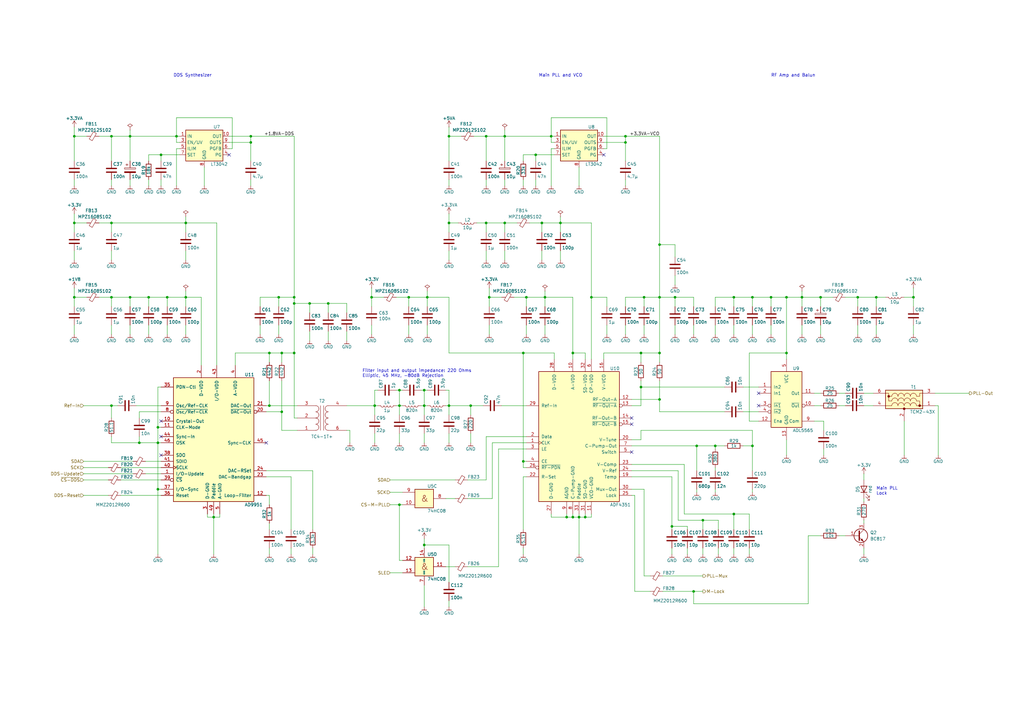
<source format=kicad_sch>
(kicad_sch (version 20250114) (generator "eeschema") (generator_version "9.0")
  (paper "A3")
  (title_block (title "Hauptplatine") (date "16.07.2020") (rev "0") (comment 1 "Hel") (comment 3 "Signalgenerator"))
  (text "Filter input and output impedance: 220 Ohms\nElliptic, 45 MHz, -80dB Rejection" (at 148.59 154.94 0) (effects (font (size 1.27 1.27)) (justify left bottom)))
  (text "RF Amp and Balun" (at 316.23 31.75 0) (effects (font (size 1.27 1.27)) (justify left bottom)))
  (text "Main PLL and VCO" (at 220.98 31.75 0) (effects (font (size 1.27 1.27)) (justify left bottom)))
  (text "DDS Synthesizer" (at 71.12 31.75 0) (effects (font (size 1.27 1.27)) (justify left bottom)))
  (text "Main PLL\nLock" (at 359.41 203.2 0) (effects (font (size 1.27 1.27)) (justify left bottom)))
  (junction (at 114.3 121.92))
  (junction (at 223.52 121.92))
  (junction (at 215.9 121.92))
  (junction (at 163.83 207.01))
  (junction (at 336.55 121.92))
  (junction (at 264.16 121.92))
  (junction (at 288.29 213.36))
  (junction (at 153.67 166.37))
  (junction (at 328.93 121.92))
  (junction (at 308.61 182.88))
  (junction (at 66.04 63.5))
  (junction (at 226.06 55.88))
  (junction (at 64.77 175.26))
  (junction (at 316.23 121.92))
  (junction (at 219.71 63.5))
  (junction (at 167.64 121.92))
  (junction (at 184.15 166.37))
  (junction (at 193.04 166.37))
  (junction (at 256.54 58.42))
  (junction (at 45.72 166.37))
  (junction (at 237.49 212.09))
  (junction (at 76.2 91.44))
  (junction (at 173.99 223.52))
  (junction (at 207.01 91.44))
  (junction (at 234.95 144.78))
  (junction (at 359.41 121.92))
  (junction (at 53.34 121.92))
  (junction (at 374.65 121.92))
  (junction (at 322.58 144.78))
  (junction (at 229.87 91.44))
  (junction (at 275.59 215.9))
  (junction (at 262.89 158.75))
  (junction (at 207.01 55.88))
  (junction (at 120.65 124.46))
  (junction (at 262.89 144.78))
  (junction (at 284.48 242.57))
  (junction (at 127 124.46))
  (junction (at 293.37 182.88))
  (junction (at 173.99 160.02))
  (junction (at 64.77 200.66))
  (junction (at 222.25 91.44))
  (junction (at 300.99 121.92))
  (junction (at 256.54 55.88))
  (junction (at 276.86 121.92))
  (junction (at 173.99 166.37))
  (junction (at 270.51 163.83))
  (junction (at 184.15 55.88))
  (junction (at 351.79 121.92))
  (junction (at 163.83 166.37))
  (junction (at 308.61 121.92))
  (junction (at 87.63 212.09))
  (junction (at 102.87 58.42))
  (junction (at 57.15 181.61))
  (junction (at 102.87 55.88))
  (junction (at 30.48 91.44))
  (junction (at 270.51 100.33))
  (junction (at 200.66 121.92))
  (junction (at 232.41 212.09))
  (junction (at 76.2 121.92))
  (junction (at 120.65 121.92))
  (junction (at 214.63 189.23))
  (junction (at 234.95 212.09))
  (junction (at 240.03 212.09))
  (junction (at 30.48 121.92))
  (junction (at 115.57 144.78))
  (junction (at 64.77 181.61))
  (junction (at 120.65 144.78))
  (junction (at 45.72 121.92))
  (junction (at 322.58 121.92))
  (junction (at 134.62 124.46))
  (junction (at 285.75 182.88))
  (junction (at 214.63 144.78))
  (junction (at 115.57 168.91))
  (junction (at 199.39 55.88))
  (junction (at 175.26 121.92))
  (junction (at 68.58 121.92))
  (junction (at 30.48 55.88))
  (junction (at 45.72 91.44))
  (junction (at 110.49 144.78))
  (junction (at 270.51 144.78))
  (junction (at 300.99 210.82))
  (junction (at 53.34 55.88))
  (junction (at 60.96 121.92))
  (junction (at 110.49 166.37))
  (junction (at 270.51 121.92))
  (junction (at 152.4 121.92))
  (junction (at 45.72 55.88))
  (junction (at 72.39 55.88))
  (junction (at 184.15 91.44))
  (junction (at 199.39 91.44))
  (junction (at 242.57 121.92))
  (junction (at 163.83 160.02))
  (no_connect (at 247.65 63.5))
  (no_connect (at 311.15 166.37))
  (no_connect (at 93.98 63.5))
  (no_connect (at 259.08 173.99))
  (no_connect (at 259.08 171.45))
  (no_connect (at 66.04 179.07))
  (no_connect (at 109.22 181.61))
  (no_connect (at 259.08 185.42))
  (no_connect (at 311.15 161.29))
  (no_connect (at 66.04 186.69))
  (no_connect (at 66.04 172.72))
  (wire (pts (xy 110.49 203.2) (xy 110.49 207.01)))
  (wire (pts (xy 351.79 121.92) (xy 359.41 121.92)))
  (wire (pts (xy 259.08 200.66) (xy 264.16 200.66)))
  (wire (pts (xy 354.33 205.74) (xy 354.33 204.47)))
  (wire (pts (xy 66.04 168.91) (xy 57.15 168.91)))
  (wire (pts (xy 199.39 102.87) (xy 199.39 106.68)))
  (wire (pts (xy 262.89 176.53) (xy 262.89 180.34)))
  (wire (pts (xy 248.92 48.26) (xy 226.06 48.26)))
  (wire (pts (xy 232.41 212.09) (xy 234.95 212.09)))
  (wire (pts (xy 191.77 204.47) (xy 201.93 204.47)))
  (wire (pts (xy 270.51 144.78) (xy 270.51 148.59)))
  (wire (pts (xy 300.99 224.79) (xy 300.99 227.33)))
  (wire (pts (xy 359.41 121.92) (xy 359.41 125.73)))
  (wire (pts (xy 93.98 55.88) (xy 102.87 55.88)))
  (wire (pts (xy 73.66 63.5) (xy 66.04 63.5)))
  (wire (pts (xy 237.49 212.09) (xy 240.03 212.09)))
  (wire (pts (xy 336.55 125.73) (xy 336.55 121.92)))
  (wire (pts (xy 110.49 227.33) (xy 110.49 224.79)))
  (wire (pts (xy 293.37 182.88) (xy 293.37 184.15)))
  (wire (pts (xy 262.89 148.59) (xy 262.89 144.78)))
  (wire (pts (xy 142.24 124.46) (xy 142.24 128.27)))
  (wire (pts (xy 127 124.46) (xy 134.62 124.46)))
  (wire (pts (xy 59.69 189.23) (xy 66.04 189.23)))
  (wire (pts (xy 374.65 125.73) (xy 374.65 121.92)))
  (wire (pts (xy 354.33 224.79) (xy 354.33 227.33)))
  (wire (pts (xy 384.81 166.37) (xy 384.81 186.69)))
  (wire (pts (xy 370.84 121.92) (xy 374.65 121.92)))
  (wire (pts (xy 121.92 171.45) (xy 120.65 171.45)))
  (wire (pts (xy 143.51 176.53) (xy 143.51 181.61)))
  (wire (pts (xy 200.66 137.16) (xy 200.66 133.35)))
  (wire (pts (xy 162.56 166.37) (xy 163.83 166.37)))
  (wire (pts (xy 175.26 125.73) (xy 175.26 121.92)))
  (wire (pts (xy 109.22 203.2) (xy 110.49 203.2)))
  (wire (pts (xy 199.39 91.44) (xy 207.01 91.44)))
  (wire (pts (xy 304.8 182.88) (xy 308.61 182.88)))
  (wire (pts (xy 247.65 55.88) (xy 256.54 55.88)))
  (wire (pts (xy 293.37 191.77) (xy 293.37 193.04)))
  (wire (pts (xy 110.49 214.63) (xy 110.49 217.17)))
  (wire (pts (xy 344.17 166.37) (xy 346.71 166.37)))
  (wire (pts (xy 237.49 68.58) (xy 237.49 76.2)))
  (wire (pts (xy 120.65 144.78) (xy 115.57 144.78)))
  (wire (pts (xy 207.01 91.44) (xy 212.09 91.44)))
  (wire (pts (xy 193.04 166.37) (xy 193.04 170.18)))
  (wire (pts (xy 256.54 133.35) (xy 256.54 137.16)))
  (wire (pts (xy 45.72 133.35) (xy 45.72 137.16)))
  (wire (pts (xy 72.39 58.42) (xy 72.39 55.88)))
  (wire (pts (xy 30.48 137.16) (xy 30.48 133.35)))
  (wire (pts (xy 66.04 175.26) (xy 64.77 175.26)))
  (wire (pts (xy 115.57 148.59) (xy 115.57 144.78)))
  (wire (pts (xy 163.83 229.87) (xy 163.83 207.01)))
  (wire (pts (xy 262.89 144.78) (xy 270.51 144.78)))
  (wire (pts (xy 276.86 125.73) (xy 276.86 121.92)))
  (wire (pts (xy 153.67 166.37) (xy 142.24 166.37)))
  (wire (pts (xy 184.15 160.02) (xy 184.15 166.37)))
  (wire (pts (xy 53.34 133.35) (xy 53.34 137.16)))
  (wire (pts (xy 276.86 113.03) (xy 276.86 116.84)))
  (wire (pts (xy 259.08 193.04) (xy 278.13 193.04)))
  (wire (pts (xy 175.26 119.38) (xy 175.26 121.92)))
  (wire (pts (xy 247.65 147.32) (xy 247.65 144.78)))
  (wire (pts (xy 308.61 133.35) (xy 308.61 137.16)))
  (wire (pts (xy 334.01 166.37) (xy 336.55 166.37)))
  (wire (pts (xy 120.65 55.88) (xy 120.65 121.92)))
  (wire (pts (xy 227.33 58.42) (xy 226.06 58.42)))
  (wire (pts (xy 45.72 95.25) (xy 45.72 91.44)))
  (wire (pts (xy 264.16 121.92) (xy 270.51 121.92)))
  (wire (pts (xy 351.79 121.92) (xy 351.79 125.73)))
  (wire (pts (xy 259.08 190.5) (xy 280.67 190.5)))
  (wire (pts (xy 191.77 196.85) (xy 199.39 196.85)))
  (wire (pts (xy 215.9 189.23) (xy 214.63 189.23)))
  (wire (pts (xy 232.41 210.82) (xy 232.41 212.09)))
  (wire (pts (xy 167.64 125.73) (xy 167.64 121.92)))
  (wire (pts (xy 45.72 91.44) (xy 40.64 91.44)))
  (wire (pts (xy 293.37 133.35) (xy 293.37 137.16)))
  (wire (pts (xy 30.48 95.25) (xy 30.48 91.44)))
  (wire (pts (xy 229.87 88.9) (xy 229.87 91.44)))
  (wire (pts (xy 205.74 121.92) (xy 200.66 121.92)))
  (wire (pts (xy 204.47 184.15) (xy 215.9 184.15)))
  (wire (pts (xy 242.57 212.09) (xy 242.57 210.82)))
  (wire (pts (xy 165.1 229.87) (xy 163.83 229.87)))
  (wire (pts (xy 54.61 189.23) (xy 34.29 189.23)))
  (wire (pts (xy 45.72 66.04) (xy 45.72 55.88)))
  (wire (pts (xy 64.77 181.61) (xy 64.77 200.66)))
  (wire (pts (xy 199.39 55.88) (xy 207.01 55.88)))
  (wire (pts (xy 45.72 55.88) (xy 53.34 55.88)))
  (wire (pts (xy 300.99 217.17) (xy 300.99 210.82)))
  (wire (pts (xy 60.96 121.92) (xy 53.34 121.92)))
  (wire (pts (xy 173.99 224.79) (xy 173.99 223.52)))
  (wire (pts (xy 259.08 163.83) (xy 270.51 163.83)))
  (wire (pts (xy 288.29 242.57) (xy 284.48 242.57)))
  (wire (pts (xy 308.61 121.92) (xy 316.23 121.92)))
  (wire (pts (xy 226.06 48.26) (xy 226.06 55.88)))
  (wire (pts (xy 276.86 121.92) (xy 284.48 121.92)))
  (wire (pts (xy 64.77 175.26) (xy 64.77 181.61)))
  (wire (pts (xy 226.06 212.09) (xy 232.41 212.09)))
  (wire (pts (xy 167.64 133.35) (xy 167.64 137.16)))
  (wire (pts (xy 215.9 125.73) (xy 215.9 121.92)))
  (wire (pts (xy 207.01 66.04) (xy 207.01 55.88)))
  (wire (pts (xy 160.02 201.93) (xy 165.1 201.93)))
  (wire (pts (xy 256.54 55.88) (xy 256.54 58.42)))
  (wire (pts (xy 64.77 200.66) (xy 64.77 227.33)))
  (wire (pts (xy 109.22 193.04) (xy 128.27 193.04)))
  (wire (pts (xy 172.72 166.37) (xy 173.99 166.37)))
  (wire (pts (xy 234.95 144.78) (xy 234.95 147.32)))
  (wire (pts (xy 223.52 121.92) (xy 215.9 121.92)))
  (wire (pts (xy 82.55 149.86) (xy 82.55 121.92)))
  (wire (pts (xy 76.2 125.73) (xy 76.2 121.92)))
  (wire (pts (xy 308.61 200.66) (xy 308.61 201.93)))
  (wire (pts (xy 60.96 73.66) (xy 60.96 76.2)))
  (wire (pts (xy 223.52 119.38) (xy 223.52 121.92)))
  (wire (pts (xy 215.9 195.58) (xy 214.63 195.58)))
  (wire (pts (xy 264.16 236.22) (xy 266.7 236.22)))
  (wire (pts (xy 53.34 76.2) (xy 53.34 73.66)))
  (wire (pts (xy 127 135.89) (xy 127 139.7)))
  (wire (pts (xy 184.15 166.37) (xy 193.04 166.37)))
  (wire (pts (xy 262.89 156.21) (xy 262.89 158.75)))
  (wire (pts (xy 214.63 191.77) (xy 214.63 189.23)))
  (wire (pts (xy 215.9 133.35) (xy 215.9 137.16)))
  (wire (pts (xy 260.35 203.2) (xy 260.35 242.57)))
  (wire (pts (xy 207.01 102.87) (xy 207.01 106.68)))
  (wire (pts (xy 234.95 210.82) (xy 234.95 212.09)))
  (wire (pts (xy 270.51 163.83) (xy 270.51 168.91)))
  (wire (pts (xy 173.99 223.52) (xy 184.15 223.52)))
  (wire (pts (xy 115.57 168.91) (xy 115.57 176.53)))
  (wire (pts (xy 45.72 125.73) (xy 45.72 121.92)))
  (wire (pts (xy 374.65 133.35) (xy 374.65 137.16)))
  (wire (pts (xy 351.79 121.92) (xy 346.71 121.92)))
  (wire (pts (xy 247.65 144.78) (xy 262.89 144.78)))
  (wire (pts (xy 223.52 133.35) (xy 223.52 137.16)))
  (wire (pts (xy 354.33 161.29) (xy 358.14 161.29)))
  (wire (pts (xy 259.08 195.58) (xy 275.59 195.58)))
  (wire (pts (xy 284.48 242.57) (xy 284.48 247.65)))
  (wire (pts (xy 322.58 121.92) (xy 322.58 144.78)))
  (wire (pts (xy 276.86 133.35) (xy 276.86 137.16)))
  (wire (pts (xy 115.57 144.78) (xy 110.49 144.78)))
  (wire (pts (xy 219.71 73.66) (xy 219.71 76.2)))
  (wire (pts (xy 281.94 224.79) (xy 281.94 227.33)))
  (wire (pts (xy 106.68 133.35) (xy 106.68 137.16)))
  (wire (pts (xy 66.04 63.5) (xy 60.96 63.5)))
  (wire (pts (xy 370.84 186.69) (xy 370.84 172.72)))
  (wire (pts (xy 59.69 194.31) (xy 66.04 194.31)))
  (wire (pts (xy 73.66 58.42) (xy 72.39 58.42)))
  (wire (pts (xy 293.37 200.66) (xy 293.37 201.93)))
  (wire (pts (xy 248.92 125.73) (xy 248.92 121.92)))
  (wire (pts (xy 331.47 219.71) (xy 336.55 219.71)))
  (wire (pts (xy 165.1 234.95) (xy 160.02 234.95)))
  (wire (pts (xy 184.15 106.68) (xy 184.15 102.87)))
  (wire (pts (xy 68.58 121.92) (xy 60.96 121.92)))
  (wire (pts (xy 214.63 195.58) (xy 214.63 217.17)))
  (wire (pts (xy 106.68 121.92) (xy 114.3 121.92)))
  (wire (pts (xy 66.04 181.61) (xy 64.77 181.61)))
  (wire (pts (xy 160.02 207.01) (xy 163.83 207.01)))
  (wire (pts (xy 240.03 147.32) (xy 240.03 144.78)))
  (wire (pts (xy 293.37 121.92) (xy 300.99 121.92)))
  (wire (pts (xy 259.08 203.2) (xy 260.35 203.2)))
  (wire (pts (xy 222.25 102.87) (xy 222.25 106.68)))
  (wire (pts (xy 54.61 194.31) (xy 34.29 194.31)))
  (wire (pts (xy 175.26 133.35) (xy 175.26 137.16)))
  (wire (pts (xy 242.57 91.44) (xy 229.87 91.44)))
  (wire (pts (xy 359.41 137.16) (xy 359.41 133.35)))
  (wire (pts (xy 363.22 121.92) (xy 359.41 121.92)))
  (wire (pts (xy 55.88 166.37) (xy 66.04 166.37)))
  (wire (pts (xy 247.65 60.96) (xy 248.92 60.96)))
  (wire (pts (xy 186.69 232.41) (xy 182.88 232.41)))
  (wire (pts (xy 234.95 121.92) (xy 234.95 144.78)))
  (wire (pts (xy 270.51 121.92) (xy 270.51 144.78)))
  (wire (pts (xy 109.22 168.91) (xy 115.57 168.91)))
  (wire (pts (xy 328.93 121.92) (xy 336.55 121.92)))
  (wire (pts (xy 262.89 158.75) (xy 262.89 166.37)))
  (wire (pts (xy 284.48 133.35) (xy 284.48 137.16)))
  (wire (pts (xy 201.93 204.47) (xy 201.93 181.61)))
  (wire (pts (xy 227.33 147.32) (xy 227.33 144.78)))
  (wire (pts (xy 115.57 156.21) (xy 115.57 168.91)))
  (wire (pts (xy 207.01 95.25) (xy 207.01 91.44)))
  (wire (pts (xy 120.65 124.46) (xy 120.65 144.78)))
  (wire (pts (xy 256.54 121.92) (xy 264.16 121.92)))
  (wire (pts (xy 88.9 91.44) (xy 88.9 149.86)))
  (wire (pts (xy 35.56 91.44) (xy 30.48 91.44)))
  (wire (pts (xy 322.58 121.92) (xy 328.93 121.92)))
  (wire (pts (xy 134.62 124.46) (xy 142.24 124.46)))
  (wire (pts (xy 308.61 182.88) (xy 308.61 176.53)))
  (wire (pts (xy 60.96 63.5) (xy 60.96 66.04)))
  (wire (pts (xy 30.48 125.73) (xy 30.48 121.92)))
  (wire (pts (xy 240.03 212.09) (xy 242.57 212.09)))
  (wire (pts (xy 76.2 91.44) (xy 88.9 91.44)))
  (wire (pts (xy 256.54 58.42) (xy 256.54 66.04)))
  (wire (pts (xy 256.54 73.66) (xy 256.54 76.2)))
  (wire (pts (xy 294.64 224.79) (xy 294.64 227.33)))
  (wire (pts (xy 53.34 53.34) (xy 53.34 55.88)))
  (wire (pts (xy 285.75 182.88) (xy 285.75 193.04)))
  (wire (pts (xy 284.48 121.92) (xy 284.48 125.73)))
  (wire (pts (xy 85.09 210.82) (xy 85.09 212.09)))
  (wire (pts (xy 106.68 125.73) (xy 106.68 121.92)))
  (wire (pts (xy 30.48 55.88) (xy 30.48 52.07)))
  (wire (pts (xy 68.58 125.73) (xy 68.58 121.92)))
  (wire (pts (xy 93.98 58.42) (xy 102.87 58.42)))
  (wire (pts (xy 44.45 203.2) (xy 34.29 203.2)))
  (wire (pts (xy 354.33 194.31) (xy 354.33 196.85)))
  (wire (pts (xy 57.15 179.07) (xy 57.15 181.61)))
  (wire (pts (xy 93.98 60.96) (xy 95.25 60.96)))
  (wire (pts (xy 200.66 125.73) (xy 200.66 121.92)))
  (wire (pts (xy 307.34 144.78) (xy 322.58 144.78)))
  (wire (pts (xy 173.99 160.02) (xy 173.99 166.37)))
  (wire (pts (xy 114.3 125.73) (xy 114.3 121.92)))
  (wire (pts (xy 262.89 166.37) (xy 259.08 166.37)))
  (wire (pts (xy 354.33 214.63) (xy 354.33 213.36)))
  (wire (pts (xy 184.15 66.04) (xy 184.15 55.88)))
  (wire (pts (xy 311.15 172.72) (xy 307.34 172.72)))
  (wire (pts (xy 280.67 210.82) (xy 300.99 210.82)))
  (wire (pts (xy 226.06 60.96) (xy 226.06 76.2)))
  (wire (pts (xy 83.82 68.58) (xy 83.82 76.2)))
  (wire (pts (xy 336.55 161.29) (xy 334.01 161.29)))
  (wire (pts (xy 184.15 246.38) (xy 184.15 248.92)))
  (wire (pts (xy 53.34 66.04) (xy 53.34 55.88)))
  (wire (pts (xy 308.61 125.73) (xy 308.61 121.92)))
  (wire (pts (xy 184.15 144.78) (xy 214.63 144.78)))
  (wire (pts (xy 115.57 176.53) (xy 121.92 176.53)))
  (wire (pts (xy 120.65 124.46) (xy 127 124.46)))
  (wire (pts (xy 66.04 200.66) (xy 64.77 200.66)))
  (wire (pts (xy 34.29 166.37) (xy 45.72 166.37)))
  (wire (pts (xy 184.15 121.92) (xy 175.26 121.92)))
  (wire (pts (xy 182.88 160.02) (xy 184.15 160.02)))
  (wire (pts (xy 351.79 137.16) (xy 351.79 133.35)))
  (wire (pts (xy 76.2 88.9) (xy 76.2 91.44)))
  (wire (pts (xy 87.63 212.09) (xy 87.63 227.33)))
  (wire (pts (xy 270.51 168.91) (xy 297.18 168.91)))
  (wire (pts (xy 96.52 144.78) (xy 96.52 149.86)))
  (wire (pts (xy 102.87 55.88) (xy 120.65 55.88)))
  (wire (pts (xy 175.26 121.92) (xy 167.64 121.92)))
  (wire (pts (xy 184.15 55.88) (xy 184.15 52.07)))
  (wire (pts (xy 109.22 166.37) (xy 110.49 166.37)))
  (wire (pts (xy 182.88 204.47) (xy 186.69 204.47)))
  (wire (pts (xy 383.54 166.37) (xy 384.81 166.37)))
  (wire (pts (xy 173.99 181.61) (xy 173.99 177.8)))
  (wire (pts (xy 64.77 158.75) (xy 64.77 175.26)))
  (wire (pts (xy 308.61 176.53) (xy 262.89 176.53)))
  (wire (pts (xy 226.06 58.42) (xy 226.06 55.88)))
  (wire (pts (xy 45.72 171.45) (xy 45.72 166.37)))
  (wire (pts (xy 262.89 158.75) (xy 297.18 158.75)))
  (wire (pts (xy 214.63 189.23) (xy 214.63 144.78)))
  (wire (pts (xy 128.27 193.04) (xy 128.27 217.17)))
  (wire (pts (xy 45.72 91.44) (xy 76.2 91.44)))
  (wire (pts (xy 87.63 210.82) (xy 87.63 212.09)))
  (wire (pts (xy 262.89 180.34) (xy 259.08 180.34)))
  (wire (pts (xy 204.47 232.41) (xy 204.47 184.15)))
  (wire (pts (xy 173.99 160.02) (xy 175.26 160.02)))
  (wire (pts (xy 76.2 95.25) (xy 76.2 91.44)))
  (wire (pts (xy 152.4 137.16) (xy 152.4 133.35)))
  (wire (pts (xy 30.48 91.44) (xy 30.48 87.63)))
  (wire (pts (xy 300.99 133.35) (xy 300.99 137.16)))
  (wire (pts (xy 68.58 133.35) (xy 68.58 137.16)))
  (wire (pts (xy 127 124.46) (xy 127 128.27)))
  (wire (pts (xy 223.52 125.73) (xy 223.52 121.92)))
  (wire (pts (xy 142.24 135.89) (xy 142.24 139.7)))
  (wire (pts (xy 114.3 121.92) (xy 120.65 121.92)))
  (wire (pts (xy 195.58 91.44) (xy 199.39 91.44)))
  (wire (pts (xy 134.62 135.89) (xy 134.62 139.7)))
  (wire (pts (xy 153.67 160.02) (xy 153.67 166.37)))
  (wire (pts (xy 114.3 133.35) (xy 114.3 137.16)))
  (wire (pts (xy 222.25 91.44) (xy 217.17 91.44)))
  (wire (pts (xy 184.15 170.18) (xy 184.15 166.37)))
  (wire (pts (xy 193.04 181.61) (xy 193.04 177.8)))
  (wire (pts (xy 328.93 125.73) (xy 328.93 121.92)))
  (wire (pts (xy 40.64 55.88) (xy 45.72 55.88)))
  (wire (pts (xy 307.34 172.72) (xy 307.34 144.78)))
  (wire (pts (xy 270.51 156.21) (xy 270.51 163.83)))
  (wire (pts (xy 307.34 224.79) (xy 307.34 227.33)))
  (wire (pts (xy 240.03 144.78) (xy 234.95 144.78)))
  (wire (pts (xy 240.03 210.82) (xy 240.03 212.09)))
  (wire (pts (xy 288.29 224.79) (xy 288.29 227.33)))
  (wire (pts (xy 341.63 121.92) (xy 336.55 121.92)))
  (wire (pts (xy 110.49 156.21) (xy 110.49 166.37)))
  (wire (pts (xy 288.29 236.22) (xy 271.78 236.22)))
  (wire (pts (xy 53.34 121.92) (xy 53.34 125.73)))
  (wire (pts (xy 215.9 121.92) (xy 210.82 121.92)))
  (wire (pts (xy 242.57 121.92) (xy 242.57 147.32)))
  (wire (pts (xy 256.54 125.73) (xy 256.54 121.92)))
  (wire (pts (xy 184.15 76.2) (xy 184.15 73.66)))
  (wire (pts (xy 248.92 121.92) (xy 242.57 121.92)))
  (wire (pts (xy 207.01 55.88) (xy 226.06 55.88)))
  (wire (pts (xy 322.58 144.78) (xy 322.58 147.32)))
  (wire (pts (xy 247.65 58.42) (xy 256.54 58.42)))
  (wire (pts (xy 248.92 60.96) (xy 248.92 48.26)))
  (wire (pts (xy 76.2 133.35) (xy 76.2 137.16)))
  (wire (pts (xy 154.94 160.02) (xy 153.67 160.02)))
  (wire (pts (xy 30.48 76.2) (xy 30.48 73.66)))
  (wire (pts (xy 87.63 212.09) (xy 90.17 212.09)))
  (wire (pts (xy 374.65 118.11) (xy 374.65 121.92)))
  (wire (pts (xy 201.93 181.61) (xy 215.9 181.61)))
  (wire (pts (xy 152.4 121.92) (xy 152.4 118.11)))
  (wire (pts (xy 66.04 203.2) (xy 49.53 203.2)))
  (wire (pts (xy 280.67 190.5) (xy 280.67 210.82)))
  (wire (pts (xy 199.39 66.04) (xy 199.39 55.88)))
  (wire (pts (xy 331.47 219.71) (xy 331.47 247.65)))
  (wire (pts (xy 337.82 172.72) (xy 337.82 176.53)))
  (wire (pts (xy 344.17 219.71) (xy 346.71 219.71)))
  (wire (pts (xy 337.82 184.15) (xy 337.82 186.69)))
  (wire (pts (xy 278.13 193.04) (xy 278.13 213.36)))
  (wire (pts (xy 72.39 60.96) (xy 72.39 76.2)))
  (wire (pts (xy 285.75 200.66) (xy 285.75 201.93)))
  (wire (pts (xy 49.53 196.85) (xy 66.04 196.85)))
  (wire (pts (xy 66.04 66.04) (xy 66.04 63.5)))
  (wire (pts (xy 223.52 121.92) (xy 234.95 121.92)))
  (wire (pts (xy 153.67 166.37) (xy 153.67 170.18)))
  (wire (pts (xy 194.31 55.88) (xy 199.39 55.88)))
  (wire (pts (xy 109.22 195.58) (xy 119.38 195.58)))
  (wire (pts (xy 187.96 91.44) (xy 184.15 91.44)))
  (wire (pts (xy 284.48 247.65) (xy 331.47 247.65)))
  (wire (pts (xy 119.38 195.58) (xy 119.38 217.17)))
  (wire (pts (xy 95.25 60.96) (xy 95.25 48.26)))
  (wire (pts (xy 275.59 215.9) (xy 281.94 215.9)))
  (wire (pts (xy 248.92 133.35) (xy 248.92 137.16)))
  (wire (pts (xy 198.12 166.37) (xy 193.04 166.37)))
  (wire (pts (xy 163.83 160.02) (xy 163.83 166.37)))
  (wire (pts (xy 163.83 166.37) (xy 165.1 166.37)))
  (wire (pts (xy 66.04 158.75) (xy 64.77 158.75)))
  (wire (pts (xy 30.48 121.92) (xy 30.48 118.11)))
  (wire (pts (xy 172.72 160.02) (xy 173.99 160.02)))
  (wire (pts (xy 293.37 125.73) (xy 293.37 121.92)))
  (wire (pts (xy 163.83 207.01) (xy 165.1 207.01)))
  (wire (pts (xy 264.16 200.66) (xy 264.16 236.22)))
  (wire (pts (xy 45.72 121.92) (xy 53.34 121.92)))
  (wire (pts (xy 328.93 119.38) (xy 328.93 121.92)))
  (wire (pts (xy 200.66 121.92) (xy 200.66 118.11)))
  (wire (pts (xy 35.56 121.92) (xy 30.48 121.92)))
  (wire (pts (xy 120.65 171.45) (xy 120.65 144.78)))
  (wire (pts (xy 316.23 133.35) (xy 316.23 137.16)))
  (wire (pts (xy 45.72 76.2) (xy 45.72 73.66)))
  (wire (pts (xy 60.96 125.73) (xy 60.96 121.92)))
  (wire (pts (xy 300.99 125.73) (xy 300.99 121.92)))
  (wire (pts (xy 229.87 91.44) (xy 222.25 91.44)))
  (wire (pts (xy 163.83 166.37) (xy 163.83 170.18)))
  (wire (pts (xy 45.72 166.37) (xy 48.26 166.37)))
  (wire (pts (xy 256.54 55.88) (xy 270.51 55.88)))
  (wire (pts (xy 57.15 171.45) (xy 57.15 168.91)))
  (wire (pts (xy 215.9 191.77) (xy 214.63 191.77)))
  (wire (pts (xy 184.15 223.52) (xy 184.15 238.76)))
  (wire (pts (xy 191.77 232.41) (xy 204.47 232.41)))
  (wire (pts (xy 285.75 182.88) (xy 293.37 182.88)))
  (wire (pts (xy 76.2 121.92) (xy 82.55 121.92)))
  (wire (pts (xy 45.72 102.87) (xy 45.72 106.68)))
  (wire (pts (xy 186.69 196.85) (xy 160.02 196.85)))
  (wire (pts (xy 110.49 166.37) (xy 121.92 166.37)))
  (wire (pts (xy 383.54 161.29) (xy 397.51 161.29)))
  (wire (pts (xy 68.58 121.92) (xy 76.2 121.92)))
  (wire (pts (xy 102.87 55.88) (xy 102.87 58.42)))
  (wire (pts (xy 199.39 179.07) (xy 215.9 179.07)))
  (wire (pts (xy 229.87 95.25) (xy 229.87 91.44)))
  (wire (pts (xy 30.48 66.04) (xy 30.48 55.88)))
  (wire (pts (xy 316.23 121.92) (xy 322.58 121.92)))
  (wire (pts (xy 266.7 242.57) (xy 260.35 242.57)))
  (wire (pts (xy 134.62 124.46) (xy 134.62 128.27)))
  (wire (pts (xy 281.94 215.9) (xy 281.94 217.17)))
  (wire (pts (xy 95.25 48.26) (xy 72.39 48.26)))
  (wire (pts (xy 173.99 240.03) (xy 173.99 248.92)))
  (wire (pts (xy 264.16 125.73) (xy 264.16 121.92)))
  (wire (pts (xy 270.51 100.33) (xy 270.51 121.92)))
  (wire (pts (xy 128.27 224.79) (xy 128.27 227.33)))
  (wire (pts (xy 304.8 168.91) (xy 311.15 168.91)))
  (wire (pts (xy 182.88 166.37) (xy 184.15 166.37)))
  (wire (pts (xy 119.38 224.79) (xy 119.38 227.33)))
  (wire (pts (xy 270.51 121.92) (xy 276.86 121.92)))
  (wire (pts (xy 184.15 87.63) (xy 184.15 91.44)))
  (wire (pts (xy 334.01 172.72) (xy 337.82 172.72)))
  (wire (pts (xy 45.72 181.61) (xy 57.15 181.61)))
  (wire (pts (xy 242.57 91.44) (xy 242.57 121.92)))
  (wire (pts (xy 76.2 119.38) (xy 76.2 121.92)))
  (wire (pts (xy 163.83 160.02) (xy 165.1 160.02)))
  (wire (pts (xy 214.63 224.79) (xy 214.63 227.33)))
  (wire (pts (xy 275.59 195.58) (xy 275.59 215.9)))
  (wire (pts (xy 276.86 105.41) (xy 276.86 100.33)))
  (wire (pts (xy 184.15 144.78) (xy 184.15 121.92)))
  (wire (pts (xy 49.53 191.77) (xy 66.04 191.77)))
  (wire (pts (xy 199.39 196.85) (xy 199.39 179.07)))
  (wire (pts (xy 278.13 213.36) (xy 288.29 213.36)))
  (wire (pts (xy 294.64 213.36) (xy 294.64 217.17)))
  (wire (pts (xy 66.04 73.66) (xy 66.04 76.2)))
  (wire (pts (xy 276.86 100.33) (xy 270.51 100.33)))
  (wire (pts (xy 189.23 55.88) (xy 184.15 55.88)))
  (wire (pts (xy 237.49 212.09) (xy 237.49 227.33)))
  (wire (pts (xy 222.25 95.25) (xy 222.25 91.44)))
  (wire (pts (xy 214.63 63.5) (xy 214.63 66.04)))
  (wire (pts (xy 120.65 121.92) (xy 120.65 124.46)))
  (wire (pts (xy 207.01 53.34) (xy 207.01 55.88)))
  (wire (pts (xy 304.8 158.75) (xy 311.15 158.75)))
  (wire (pts (xy 207.01 76.2) (xy 207.01 73.66)))
  (wire (pts (xy 184.15 181.61) (xy 184.15 177.8)))
  (wire (pts (xy 214.63 73.66) (xy 214.63 76.2)))
  (wire (pts (xy 173.99 220.98) (xy 173.99 223.52)))
  (wire (pts (xy 162.56 160.02) (xy 163.83 160.02)))
  (wire (pts (xy 76.2 102.87) (xy 76.2 106.68)))
  (wire (pts (xy 227.33 60.96) (xy 226.06 60.96)))
  (wire (pts (xy 102.87 73.66) (xy 102.87 76.2)))
  (wire (pts (xy 336.55 133.35) (xy 336.55 137.16)))
  (wire (pts (xy 270.51 100.33) (xy 270.51 55.88)))
  (wire (pts (xy 44.45 196.85) (xy 34.29 196.85)))
  (wire (pts (xy 354.33 166.37) (xy 358.14 166.37)))
  (wire (pts (xy 35.56 55.88) (xy 30.48 55.88)))
  (wire (pts (xy 167.64 121.92) (xy 162.56 121.92)))
  (wire (pts (xy 110.49 144.78) (xy 96.52 144.78)))
  (wire (pts (xy 173.99 166.37) (xy 175.26 166.37)))
  (wire (pts (xy 227.33 55.88) (xy 226.06 55.88)))
  (wire (pts (xy 153.67 181.61) (xy 153.67 177.8)))
  (wire (pts (xy 45.72 121.92) (xy 40.64 121.92)))
  (wire (pts (xy 316.23 125.73) (xy 316.23 121.92)))
  (wire (pts (xy 53.34 55.88) (xy 72.39 55.88)))
  (wire (pts (xy 288.29 213.36) (xy 288.29 217.17)))
  (wire (pts (xy 85.09 212.09) (xy 87.63 212.09)))
  (wire (pts (xy 322.58 186.69) (xy 322.58 180.34)))
  (wire (pts (xy 328.93 133.35) (xy 328.93 137.16)))
  (wire (pts (xy 219.71 63.5) (xy 214.63 63.5)))
  (wire (pts (xy 199.39 95.25) (xy 199.39 91.44)))
  (wire (pts (xy 344.17 161.29) (xy 346.71 161.29)))
  (wire (pts (xy 30.48 106.68) (xy 30.48 102.87)))
  (wire (pts (xy 308.61 182.88) (xy 308.61 193.04)))
  (wire (pts (xy 307.34 210.82) (xy 307.34 217.17)))
  (wire (pts (xy 173.99 166.37) (xy 173.99 170.18)))
  (wire (pts (xy 226.06 210.82) (xy 226.06 212.09)))
  (wire (pts (xy 234.95 212.09) (xy 237.49 212.09)))
  (wire (pts (xy 60.96 133.35) (xy 60.96 137.16)))
  (wire (pts (xy 293.37 182.88) (xy 297.18 182.88)))
  (wire (pts (xy 300.99 121.92) (xy 308.61 121.92)))
  (wire (pts (xy 157.48 121.92) (xy 152.4 121.92)))
  (wire (pts (xy 275.59 224.79) (xy 275.59 227.33)))
  (wire (pts (xy 44.45 191.77) (xy 34.29 191.77)))
  (wire (pts (xy 275.59 215.9) (xy 275.59 217.17)))
  (wire (pts (xy 264.16 133.35) (xy 264.16 137.16)))
  (wire (pts (xy 73.66 60.96) (xy 72.39 60.96)))
  (wire (pts (xy 259.08 182.88) (xy 285.75 182.88)))
  (wire (pts (xy 102.87 58.42) (xy 102.87 66.04)))
  (wire (pts (xy 90.17 212.09) (xy 90.17 210.82)))
  (wire (pts (xy 73.66 55.88) (xy 72.39 55.88)))
  (wire (pts (xy 237.49 210.82) (xy 237.49 212.09)))
  (wire (pts (xy 72.39 48.26) (xy 72.39 55.88)))
  (wire (pts (xy 142.24 176.53) (xy 143.51 176.53)))
  (wire (pts (xy 288.29 213.36) (xy 294.64 213.36)))
  (wire (pts (xy 215.9 166.37) (xy 205.74 166.37)))
  (wire (pts (xy 300.99 210.82) (xy 307.34 210.82)))
  (wire (pts (xy 227.33 144.78) (xy 214.63 144.78)))
  (wire (pts (xy 184.15 91.44) (xy 184.15 95.25)))
  (wire (pts (xy 229.87 102.87) (xy 229.87 106.68)))
  (wire (pts (xy 45.72 179.07) (xy 45.72 181.61)))
  (wire (pts (xy 284.48 242.57) (xy 271.78 242.57)))
  (wire (pts (xy 110.49 148.59) (xy 110.49 144.78)))
  (wire (pts (xy 227.33 63.5) (xy 219.71 63.5)))
  (wire (pts (xy 154.94 166.37) (xy 153.67 166.37)))
  (wire (pts (xy 163.83 181.61) (xy 163.83 177.8)))
  (wire (pts (xy 152.4 125.73) (xy 152.4 121.92)))
  (wire (pts (xy 57.15 181.61) (xy 64.77 181.61)))
  (wire (pts (xy 219.71 66.04) (xy 219.71 63.5)))
  (wire (pts (xy 199.39 76.2) (xy 199.39 73.66)))
  (label "+3.3VA-VCO" (at 270.51 55.88 180))
  (label "+1.8VA-DDS" (at 120.65 55.88 180))
  (hierarchical_label "SCK" (shape input) (at 34.29 191.77 180))
  (hierarchical_label "SDA" (shape input) (at 160.02 196.85 180))
  (hierarchical_label "DDS-Update" (shape input) (at 34.29 194.31 180))
  (hierarchical_label "CS-M-PLL" (shape input) (at 160.02 207.01 180))
  (hierarchical_label "DDS-Reset" (shape input) (at 34.29 203.2 180))
  (hierarchical_label "SDA" (shape input) (at 34.29 189.23 180))
  (hierarchical_label "PLL-Mux" (shape output) (at 288.29 236.22 0))
  (hierarchical_label "PLL-Out" (shape output) (at 397.51 161.29 0))
  (hierarchical_label "SCK" (shape input) (at 160.02 201.93 180))
  (hierarchical_label "SLE" (shape input) (at 160.02 234.95 180))
  (hierarchical_label "M-Lock" (shape output) (at 288.29 242.57 0))
  (hierarchical_label "Ref-In" (shape input) (at 34.29 166.37 180))
  (hierarchical_label "~{CS-DDS}" (shape input) (at 34.29 196.85 180))
  (symbol (lib_id "mario_aux:GND") (at 384.81 186.69 0) (unit 1)
    (property "Reference" "#GND0115" (effects (hide yes)))
    (property "Value" "GND" (at 384.81 189.23 0))
  )
  (symbol (lib_id "mario_aux:GND") (at 370.84 186.69 0) (unit 1)
    (property "Reference" "#GND0114" (effects (hide yes)))
    (property "Value" "GND" (at 370.84 189.23 0))
  )
  (symbol (lib_id "mario_aux:GND") (at 322.58 186.69 0) (unit 1)
    (property "Reference" "#GND0112" (effects (hide yes)))
    (property "Value" "GND" (at 322.58 189.23 0))
  )
  (symbol (lib_id "Device:R") (at 262.89 152.4 180) (unit 1)
    (property "Reference" "R23" (at 260.858 152.4 90))
    (property "Value" "50" (at 262.89 152.4 90))
    (property "Footprint" "Resistor_SMD:R_0603_1608Metric" (effects (hide yes)))
  )
  (symbol (lib_id "Device:C") (at 285.75 196.85 0) (unit 1)
    (property "Reference" "C101" (at 286.385 194.31 0) (effects (justify left)))
    (property "Value" "680p" (at 286.385 199.39 0) (effects (justify left)))
    (property "Footprint" "Capacitor_SMD:C_0603_1608Metric" (effects (hide yes)))
  )
  (symbol (lib_id "Device:R") (at 270.51 152.4 180) (unit 1)
    (property "Reference" "R24" (at 268.478 152.4 90))
    (property "Value" "50" (at 270.51 152.4 90))
    (property "Footprint" "Resistor_SMD:R_0603_1608Metric" (effects (hide yes)))
  )
  (symbol (lib_id "Device:C") (at 293.37 196.85 0) (unit 1)
    (property "Reference" "C102" (at 294.005 194.31 0) (effects (justify left)))
    (property "Value" "12n" (at 294.005 199.39 0) (effects (justify left)))
    (property "Footprint" "Capacitor_SMD:C_0603_1608Metric" (effects (hide yes)))
  )
  (symbol (lib_id "Device:C") (at 308.61 196.85 0) (unit 1)
    (property "Reference" "C103" (at 309.245 194.31 0) (effects (justify left)))
    (property "Value" "220p" (at 309.245 199.39 0) (effects (justify left)))
    (property "Footprint" "Capacitor_SMD:C_0603_1608Metric" (effects (hide yes)))
  )
  (symbol (lib_id "Device:R") (at 293.37 187.96 180) (unit 1)
    (property "Reference" "R30" (at 291.338 187.96 90))
    (property "Value" "380" (at 293.37 187.96 90))
    (property "Footprint" "Resistor_SMD:R_0603_1608Metric" (effects (hide yes)))
  )
  (symbol (lib_id "Device:R") (at 300.99 182.88 90) (unit 1)
    (property "Reference" "R29" (at 300.99 180.848 90))
    (property "Value" "1k" (at 300.99 182.88 90))
    (property "Footprint" "Resistor_SMD:R_0603_1608Metric" (effects (hide yes)))
  )
  (symbol (lib_id "Device:C") (at 300.99 158.75 90) (unit 1)
    (property "Reference" "C86" (at 298.45 158.115 0) (effects (justify left)))
    (property "Value" "10n" (at 303.53 158.115 0) (effects (justify left)))
    (property "Footprint" "Capacitor_SMD:C_0603_1608Metric" (effects (hide yes)))
  )
  (symbol (lib_id "Device:C") (at 300.99 168.91 90) (unit 1)
    (property "Reference" "C94" (at 298.45 168.275 0) (effects (justify left)))
    (property "Value" "10n" (at 303.53 168.275 0) (effects (justify left)))
    (property "Footprint" "Capacitor_SMD:C_0603_1608Metric" (effects (hide yes)))
  )
  (symbol (lib_id "Device:C") (at 350.52 161.29 90) (unit 1)
    (property "Reference" "C90" (at 347.98 160.655 0) (effects (justify left)))
    (property "Value" "10n" (at 353.06 160.655 0) (effects (justify left)))
    (property "Footprint" "Capacitor_SMD:C_0603_1608Metric" (effects (hide yes)))
  )
  (symbol (lib_id "Device:C") (at 350.52 166.37 90) (unit 1)
    (property "Reference" "C93" (at 347.98 165.735 0) (effects (justify left)))
    (property "Value" "10n" (at 353.06 165.735 0) (effects (justify left)))
    (property "Footprint" "Capacitor_SMD:C_0603_1608Metric" (effects (hide yes)))
  )
  (symbol (lib_id "Device:R") (at 340.36 161.29 90) (unit 1)
    (property "Reference" "R25" (at 340.36 159.258 90))
    (property "Value" "25" (at 340.36 161.29 90))
    (property "Footprint" "Resistor_SMD:R_0603_1608Metric" (effects (hide yes)))
  )
  (symbol (lib_id "Device:R") (at 340.36 166.37 90) (unit 1)
    (property "Reference" "R26" (at 340.36 164.338 90))
    (property "Value" "25" (at 340.36 166.37 90))
    (property "Footprint" "Resistor_SMD:R_0603_1608Metric" (effects (hide yes)))
  )
  (symbol (lib_id "mario_aux:GND") (at 293.37 201.93 0) (unit 1)
    (property "Reference" "#GND0117" (effects (hide yes)))
    (property "Value" "GND" (at 293.37 204.47 0))
  )
  (symbol (lib_id "mario_aux:GND") (at 285.75 201.93 0) (unit 1)
    (property "Reference" "#GND0116" (effects (hide yes)))
    (property "Value" "GND" (at 285.75 204.47 0))
  )
  (symbol (lib_id "mario_aux:GND") (at 308.61 201.93 0) (unit 1)
    (property "Reference" "#GND0118" (effects (hide yes)))
    (property "Value" "GND" (at 308.61 204.47 0))
  )
  (symbol (lib_id "Device:C") (at 337.82 180.34 0) (unit 1)
    (property "Reference" "C100" (at 338.455 177.8 0) (effects (justify left)))
    (property "Value" "100n" (at 338.455 182.88 0) (effects (justify left)))
    (property "Footprint" "Capacitor_SMD:C_0603_1608Metric" (effects (hide yes)))
  )
  (symbol (lib_id "mario_aux:GND") (at 337.82 186.69 0) (unit 1)
    (property "Reference" "#GND0113" (effects (hide yes)))
    (property "Value" "GND" (at 337.82 189.23 0))
  )
  (symbol (lib_id "mario_aux:GND") (at 237.49 227.33 0) (unit 1)
    (property "Reference" "#GND0125" (effects (hide yes)))
    (property "Value" "GND" (at 237.49 229.87 0))
  )
  (symbol (lib_id "Device:C") (at 275.59 220.98 0) (unit 1)
    (property "Reference" "C106" (at 276.225 218.44 0) (effects (justify left)))
    (property "Value" "100n" (at 276.225 223.52 0) (effects (justify left)))
    (property "Footprint" "Capacitor_SMD:C_0603_1608Metric" (effects (hide yes)))
  )
  (symbol (lib_id "Device:C") (at 281.94 220.98 0) (unit 1)
    (property "Reference" "C107" (at 282.575 218.44 0) (effects (justify left)))
    (property "Value" "10p" (at 282.575 223.52 0) (effects (justify left)))
    (property "Footprint" "Capacitor_SMD:C_0603_1608Metric" (effects (hide yes)))
  )
  (symbol (lib_id "Device:C") (at 288.29 220.98 0) (unit 1)
    (property "Reference" "C108" (at 288.925 218.44 0) (effects (justify left)))
    (property "Value" "100n" (at 288.925 223.52 0) (effects (justify left)))
    (property "Footprint" "Capacitor_SMD:C_0603_1608Metric" (effects (hide yes)))
  )
  (symbol (lib_id "Device:C") (at 294.64 220.98 0) (unit 1)
    (property "Reference" "C109" (at 295.275 218.44 0) (effects (justify left)))
    (property "Value" "10p" (at 295.275 223.52 0) (effects (justify left)))
    (property "Footprint" "Capacitor_SMD:C_0603_1608Metric" (effects (hide yes)))
  )
  (symbol (lib_id "Device:C") (at 300.99 220.98 0) (unit 1)
    (property "Reference" "C110" (at 301.625 218.44 0) (effects (justify left)))
    (property "Value" "100n" (at 301.625 223.52 0) (effects (justify left)))
    (property "Footprint" "Capacitor_SMD:C_0603_1608Metric" (effects (hide yes)))
  )
  (symbol (lib_id "Device:C") (at 307.34 220.98 0) (unit 1)
    (property "Reference" "C111" (at 307.975 218.44 0) (effects (justify left)))
    (property "Value" "10p" (at 307.975 223.52 0) (effects (justify left)))
    (property "Footprint" "Capacitor_SMD:C_0603_1608Metric" (effects (hide yes)))
  )
  (symbol (lib_id "mario_aux:GND") (at 275.59 227.33 0) (unit 1)
    (property "Reference" "#GND0126" (effects (hide yes)))
    (property "Value" "GND" (at 275.59 229.87 0))
  )
  (symbol (lib_id "mario_aux:GND") (at 281.94 227.33 0) (unit 1)
    (property "Reference" "#GND0127" (effects (hide yes)))
    (property "Value" "GND" (at 281.94 229.87 0))
  )
  (symbol (lib_id "mario_aux:GND") (at 288.29 227.33 0) (unit 1)
    (property "Reference" "#GND0128" (effects (hide yes)))
    (property "Value" "GND" (at 288.29 229.87 0))
  )
  (symbol (lib_id "mario_aux:GND") (at 294.64 227.33 0) (unit 1)
    (property "Reference" "#GND0129" (effects (hide yes)))
    (property "Value" "GND" (at 294.64 229.87 0))
  )
  (symbol (lib_id "mario_aux:GND") (at 300.99 227.33 0) (unit 1)
    (property "Reference" "#GND0130" (effects (hide yes)))
    (property "Value" "GND" (at 300.99 229.87 0))
  )
  (symbol (lib_id "mario_aux:GND") (at 307.34 227.33 0) (unit 1)
    (property "Reference" "#GND0131" (effects (hide yes)))
    (property "Value" "GND" (at 307.34 229.87 0))
  )
  (symbol (lib_id "mario_aux:GND") (at 87.63 227.33 0) (unit 1)
    (property "Reference" "#GND0120" (effects (hide yes)))
    (property "Value" "GND" (at 87.63 229.87 0))
  )
  (symbol (lib_id "mario_devices:TCM1-43X") (at 370.84 163.83 0) (mirror y) (unit 1)
    (property "Reference" "T1" (at 375.92 158.75 0) (effects (justify left)))
    (property "Value" "TCM2-43X" (at 383.54 168.91 0) (effects (justify left)))
    (property "Footprint" "mini-circuits:Mini-Circuits_DB1627" (effects (hide yes)))
  )
  (symbol (lib_id "Device:C") (at 201.93 166.37 90) (unit 1)
    (property "Reference" "C92" (at 199.39 165.735 0) (effects (justify left)))
    (property "Value" "47n" (at 204.47 165.735 0) (effects (justify left)))
    (property "Footprint" "Capacitor_SMD:C_0805_2012Metric" (effects (hide yes)))
  )
  (symbol (lib_id "mario_aux:GND") (at 143.51 181.61 0) (unit 1)
    (property "Reference" "#GND0106" (effects (hide yes)))
    (property "Value" "GND" (at 143.51 184.15 0))
  )
  (symbol (lib_id "Device:R") (at 115.57 152.4 180) (unit 1)
    (property "Reference" "R22" (at 113.538 152.4 90))
    (property "Value" "442" (at 115.57 152.4 90))
    (property "Footprint" "Resistor_SMD:R_0603_1608Metric" (effects (hide yes)))
  )
  (symbol (lib_id "Device:R") (at 110.49 152.4 180) (unit 1)
    (property "Reference" "R21" (at 108.458 152.4 90))
    (property "Value" "442" (at 110.49 152.4 90))
    (property "Footprint" "Resistor_SMD:R_0603_1608Metric" (effects (hide yes)))
  )
  (symbol (lib_id "Device:R") (at 193.04 173.99 180) (unit 1)
    (property "Reference" "R27" (at 191.008 173.99 90))
    (property "Value" "220" (at 193.04 173.99 90))
    (property "Footprint" "Resistor_SMD:R_0805_2012Metric" (effects (hide yes)))
  )
  (symbol (lib_id "Device:L") (at 158.75 166.37 270) (unit 1)
    (property "Reference" "L4" (at 158.75 165.1 90))
    (property "Value" "1µ" (at 158.75 168.275 90))
    (property "Footprint" "Inductor_SMD:L_0805_2012Metric" (effects (hide yes)))
  )
  (symbol (lib_id "Device:C") (at 163.83 173.99 0) (unit 1)
    (property "Reference" "C96" (at 164.465 171.45 0) (effects (justify left)))
    (property "Value" "33p" (at 164.465 176.53 0) (effects (justify left)))
    (property "Footprint" "Capacitor_SMD:C_0805_2012Metric" (effects (hide yes)))
  )
  (symbol (lib_id "mario_aux:GND") (at 163.83 181.61 0) (unit 1)
    (property "Reference" "#GND0108" (effects (hide yes)))
    (property "Value" "GND" (at 163.83 184.15 0))
  )
  (symbol (lib_id "mario_aux:GND") (at 193.04 181.61 0) (unit 1)
    (property "Reference" "#GND0111" (effects (hide yes)))
    (property "Value" "GND" (at 193.04 184.15 0))
  )
  (symbol (lib_id "Device:R") (at 110.49 210.82 180) (unit 1)
    (property "Reference" "R32" (at 108.458 210.82 90))
    (property "Value" "1k" (at 110.49 210.82 90))
    (property "Footprint" "Resistor_SMD:R_0603_1608Metric" (effects (hide yes)))
  )
  (symbol (lib_id "Device:C") (at 110.49 220.98 0) (unit 1)
    (property "Reference" "C104" (at 111.125 218.44 0) (effects (justify left)))
    (property "Value" "100n" (at 111.125 223.52 0) (effects (justify left)))
    (property "Footprint" "Capacitor_SMD:C_0603_1608Metric" (effects (hide yes)))
  )
  (symbol (lib_id "mario_aux:GND") (at 110.49 227.33 0) (unit 1)
    (property "Reference" "#GND0121" (effects (hide yes)))
    (property "Value" "GND" (at 110.49 229.87 0))
  )
  (symbol (lib_id "Device:C") (at 57.15 175.26 0) (unit 1)
    (property "Reference" "C99" (at 57.785 172.72 0) (effects (justify left)))
    (property "Value" "10n" (at 57.785 177.8 0) (effects (justify left)))
    (property "Footprint" "Capacitor_SMD:C_0603_1608Metric" (effects (hide yes)))
  )
  (symbol (lib_id "mario_aux:GND") (at 64.77 227.33 0) (unit 1)
    (property "Reference" "#GND0119" (effects (hide yes)))
    (property "Value" "GND" (at 64.77 229.87 0))
  )
  (symbol (lib_id "Device:C") (at 119.38 220.98 0) (unit 1)
    (property "Reference" "C105" (at 120.015 218.44 0) (effects (justify left)))
    (property "Value" "100n" (at 120.015 223.52 0) (effects (justify left)))
    (property "Footprint" "Capacitor_SMD:C_0603_1608Metric" (effects (hide yes)))
  )
  (symbol (lib_id "mario_aux:GND") (at 119.38 227.33 0) (unit 1)
    (property "Reference" "#GND0122" (effects (hide yes)))
    (property "Value" "GND" (at 119.38 229.87 0))
  )
  (symbol (lib_id "Device:R") (at 128.27 220.98 180) (unit 1)
    (property "Reference" "R34" (at 126.238 220.98 90))
    (property "Value" "3.3k" (at 128.27 220.98 90))
    (property "Footprint" "Resistor_SMD:R_0603_1608Metric" (effects (hide yes)))
  )
  (symbol (lib_id "mario_aux:GND") (at 128.27 227.33 0) (unit 1)
    (property "Reference" "#GND0123" (effects (hide yes)))
    (property "Value" "GND" (at 128.27 229.87 0))
  )
  (symbol (lib_id "Device:C") (at 52.07 166.37 90) (unit 1)
    (property "Reference" "C91" (at 49.53 165.735 0) (effects (justify left)))
    (property "Value" "10n" (at 54.61 165.735 0) (effects (justify left)))
    (property "Footprint" "Capacitor_SMD:C_0603_1608Metric" (effects (hide yes)))
  )
  (symbol (lib_id "Device:R") (at 45.72 175.26 180) (unit 1)
    (property "Reference" "R28" (at 43.688 175.26 90))
    (property "Value" "51.1" (at 45.72 175.26 90))
    (property "Footprint" "Resistor_SMD:R_0603_1608Metric" (effects (hide yes)))
  )
  (symbol (lib_id "Device:Ferrite_Bead_Small") (at 189.23 196.85 90) (unit 1)
    (property "Reference" "FB23" (at 191.77 195.58 90) (effects (justify right)))
    (property "Value" "MMZ2012R600" (effects (hide yes)))
    (property "Footprint" "Inductor_SMD:L_0805_2012Metric" (effects (hide yes)))
  )
  (symbol (lib_id "Device:Ferrite_Bead_Small") (at 189.23 204.47 90) (unit 1)
    (property "Reference" "FB25" (at 191.77 203.2 90) (effects (justify right)))
    (property "Value" "MMZ2012R600" (effects (hide yes)))
    (property "Footprint" "Inductor_SMD:L_0805_2012Metric" (effects (hide yes)))
  )
  (symbol (lib_id "Device:Ferrite_Bead_Small") (at 189.23 232.41 90) (unit 1)
    (property "Reference" "FB26" (at 191.77 231.14 90) (effects (justify right)))
    (property "Value" "MMZ2012R600" (at 201.93 236.22 90) (effects (justify left)))
    (property "Footprint" "Inductor_SMD:L_0805_2012Metric" (effects (hide yes)))
  )
  (symbol (lib_id "Device:Ferrite_Bead_Small") (at 57.15 189.23 90) (unit 1)
    (property "Reference" "FB19" (at 49.53 187.96 90) (effects (justify right)))
    (property "Value" "MMZ2012R600" (effects (hide yes)))
    (property "Footprint" "Inductor_SMD:L_0805_2012Metric" (effects (hide yes)))
  )
  (symbol (lib_id "Device:Ferrite_Bead_Small") (at 46.99 191.77 90) (unit 1)
    (property "Reference" "FB20" (at 49.53 190.5 90) (effects (justify right)))
    (property "Value" "MMZ2012R600" (effects (hide yes)))
    (property "Footprint" "Inductor_SMD:L_0805_2012Metric" (effects (hide yes)))
  )
  (symbol (lib_id "Device:Ferrite_Bead_Small") (at 57.15 194.31 90) (unit 1)
    (property "Reference" "FB21" (at 49.53 193.04 90) (effects (justify right)))
    (property "Value" "MMZ2012R600" (effects (hide yes)))
    (property "Footprint" "Inductor_SMD:L_0805_2012Metric" (effects (hide yes)))
  )
  (symbol (lib_id "Device:Ferrite_Bead_Small") (at 46.99 203.2 90) (unit 1)
    (property "Reference" "FB24" (at 49.53 201.93 90) (effects (justify right)))
    (property "Value" "MMZ2012R600" (at 53.34 207.01 90) (effects (justify left)))
    (property "Footprint" "Inductor_SMD:L_0805_2012Metric" (effects (hide yes)))
  )
  (symbol (lib_id "Device:Ferrite_Bead_Small") (at 46.99 196.85 90) (unit 1)
    (property "Reference" "FB22" (at 49.53 195.58 90) (effects (justify right)))
    (property "Value" "MMZ2012R600" (effects (hide yes)))
    (property "Footprint" "Inductor_SMD:L_0805_2012Metric" (effects (hide yes)))
  )
  (symbol (lib_id "Device:L") (at 191.77 91.44 270) (unit 1)
    (property "Reference" "L2" (at 191.77 90.17 90))
    (property "Value" "10µ" (at 191.77 93.345 90))
    (property "Footprint" "Inductor_SMD:L_0805_2012Metric" (effects (hide yes)))
  )
  (symbol (lib_id "Device:C") (at 199.39 99.06 0) (unit 1)
    (property "Reference" "C50" (at 200.025 96.52 0) (effects (justify left)))
    (property "Value" "1µ" (at 200.025 101.6 0) (effects (justify left)))
    (property "Footprint" "Capacitor_SMD:C_0603_1608Metric" (effects (hide yes)))
  )
  (symbol (lib_id "mario_aux:GND") (at 199.39 106.68 0) (unit 1)
    (property "Reference" "#GND070" (effects (hide yes)))
    (property "Value" "GND" (at 199.39 109.22 0))
  )
  (symbol (lib_id "Device:L") (at 168.91 166.37 270) (unit 1)
    (property "Reference" "L5" (at 168.91 165.1 90))
    (property "Value" "820n" (at 168.91 168.275 90))
    (property "Footprint" "Inductor_SMD:L_0805_2012Metric" (effects (hide yes)))
  )
  (symbol (lib_id "Device:L") (at 179.07 166.37 270) (unit 1)
    (property "Reference" "L6" (at 179.07 165.1 90))
    (property "Value" "820n" (at 179.07 168.275 90))
    (property "Footprint" "Inductor_SMD:L_0805_2012Metric" (effects (hide yes)))
  )
  (symbol (lib_id "Device:C") (at 153.67 173.99 0) (unit 1)
    (property "Reference" "C95" (at 154.305 171.45 0) (effects (justify left)))
    (property "Value" "22p" (at 154.305 176.53 0) (effects (justify left)))
    (property "Footprint" "Capacitor_SMD:C_0805_2012Metric" (effects (hide yes)))
  )
  (symbol (lib_id "mario_aux:GND") (at 153.67 181.61 0) (unit 1)
    (property "Reference" "#GND0107" (effects (hide yes)))
    (property "Value" "GND" (at 153.67 184.15 0))
  )
  (symbol (lib_id "Device:C") (at 184.15 173.99 0) (unit 1)
    (property "Reference" "C98" (at 184.785 171.45 0) (effects (justify left)))
    (property "Value" "22p" (at 184.785 176.53 0) (effects (justify left)))
    (property "Footprint" "Capacitor_SMD:C_0805_2012Metric" (effects (hide yes)))
  )
  (symbol (lib_id "mario_aux:GND") (at 184.15 181.61 0) (unit 1)
    (property "Reference" "#GND0110" (effects (hide yes)))
    (property "Value" "GND" (at 184.15 184.15 0))
  )
  (symbol (lib_id "Device:C") (at 173.99 173.99 0) (unit 1)
    (property "Reference" "C97" (at 174.625 171.45 0) (effects (justify left)))
    (property "Value" "33p" (at 174.625 176.53 0) (effects (justify left)))
    (property "Footprint" "Capacitor_SMD:C_0805_2012Metric" (effects (hide yes)))
  )
  (symbol (lib_id "mario_aux:GND") (at 173.99 181.61 0) (unit 1)
    (property "Reference" "#GND0109" (effects (hide yes)))
    (property "Value" "GND" (at 173.99 184.15 0))
  )
  (symbol (lib_id "Device:C") (at 127 132.08 0) (unit 1)
    (property "Reference" "C83" (at 127.635 129.54 0) (effects (justify left)))
    (property "Value" "100n" (at 127.635 134.62 0) (effects (justify left)))
    (property "Footprint" "Capacitor_SMD:C_0603_1608Metric" (effects (hide yes)))
  )
  (symbol (lib_id "mario_aux:GND") (at 127 139.7 0) (unit 1)
    (property "Reference" "#GND0103" (effects (hide yes)))
    (property "Value" "GND" (at 127 142.24 0))
  )
  (symbol (lib_id "Device:C") (at 158.75 160.02 90) (unit 1)
    (property "Reference" "C87" (at 156.21 159.385 0) (effects (justify left)))
    (property "Value" "1p" (at 161.29 159.385 0) (effects (justify left)))
    (property "Footprint" "Capacitor_SMD:C_0805_2012Metric" (effects (hide yes)))
  )
  (symbol (lib_id "Device:C") (at 168.91 160.02 90) (unit 1)
    (property "Reference" "C88" (at 166.37 159.385 0) (effects (justify left)))
    (property "Value" "5.6p" (at 171.45 159.385 0) (effects (justify left)))
    (property "Footprint" "Capacitor_SMD:C_0805_2012Metric" (effects (hide yes)))
  )
  (symbol (lib_id "Device:C") (at 179.07 160.02 90) (unit 1)
    (property "Reference" "C89" (at 176.53 159.385 0) (effects (justify left)))
    (property "Value" "3.9p" (at 181.61 159.385 0) (effects (justify left)))
    (property "Footprint" "Capacitor_SMD:C_0805_2012Metric" (effects (hide yes)))
  )
  (symbol (lib_id "Device:C") (at 300.99 129.54 0) (unit 1)
    (property "Reference" "C75" (at 301.625 127 0) (effects (justify left)))
    (property "Value" "100n" (at 301.625 132.08 0) (effects (justify left)))
    (property "Footprint" "Capacitor_SMD:C_0603_1608Metric" (effects (hide yes)))
  )
  (symbol (lib_id "mario_aux:GND") (at 300.99 137.16 0) (unit 1)
    (property "Reference" "#GND095" (effects (hide yes)))
    (property "Value" "GND" (at 300.99 139.7 0))
  )
  (symbol (lib_id "Device:C") (at 308.61 129.54 0) (unit 1)
    (property "Reference" "C76" (at 309.245 127 0) (effects (justify left)))
    (property "Value" "100n" (at 309.245 132.08 0) (effects (justify left)))
    (property "Footprint" "Capacitor_SMD:C_0603_1608Metric" (effects (hide yes)))
  )
  (symbol (lib_id "mario_aux:GND") (at 308.61 137.16 0) (unit 1)
    (property "Reference" "#GND096" (effects (hide yes)))
    (property "Value" "GND" (at 308.61 139.7 0))
  )
  (symbol (lib_id "Device:C") (at 316.23 129.54 0) (unit 1)
    (property "Reference" "C77" (at 316.865 127 0) (effects (justify left)))
    (property "Value" "100n" (at 316.865 132.08 0) (effects (justify left)))
    (property "Footprint" "Capacitor_SMD:C_0603_1608Metric" (effects (hide yes)))
  )
  (symbol (lib_id "mario_aux:GND") (at 316.23 137.16 0) (unit 1)
    (property "Reference" "#GND097" (effects (hide yes)))
    (property "Value" "GND" (at 316.23 139.7 0))
  )
  (symbol (lib_id "Device:CP") (at 53.34 69.85 0) (unit 1)
    (property "Reference" "C38" (at 53.975 67.31 0) (effects (justify left)))
    (property "Value" "10µ" (at 53.975 72.39 0) (effects (justify left)))
    (property "Footprint" "Capacitor_Tantalum_SMD:CP_EIA-3528-21_Kemet-B" (effects (hide yes)))
  )
  (symbol (lib_id "Device:CP") (at 207.01 69.85 0) (unit 1)
    (property "Reference" "C43" (at 207.645 67.31 0) (effects (justify left)))
    (property "Value" "10µ" (at 207.645 72.39 0) (effects (justify left)))
    (property "Footprint" "Capacitor_Tantalum_SMD:CP_EIA-3528-21_Kemet-B" (effects (hide yes)))
  )
  (symbol (lib_id "Regulator_Linear:LT3042xMSE") (at 83.82 58.42 0) (unit 1)
    (property "Reference" "U7" (at 88.9 52.07 0))
    (property "Value" "LT3042" (at 86.36 67.31 0) (effects (justify left)))
    (property "Footprint" "Package_SO:MSOP-10-1EP_3x3mm_P0.5mm_EP1.68x1.88mm" (effects (hide yes)))
    (property "Datasheet" "https://www.analog.com/media/en/technical-documentation/data-sheets/3042fb.pdf" (effects (hide yes)))
  )
  (symbol (lib_id "Device:C") (at 248.92 129.54 0) (unit 1)
    (property "Reference" "C69" (at 249.555 127 0) (effects (justify left)))
    (property "Value" "1µ" (at 249.555 132.08 0) (effects (justify left)))
    (property "Footprint" "Capacitor_SMD:C_0805_2012Metric" (effects (hide yes)))
  )
  (symbol (lib_id "mario_aux:GND") (at 248.92 137.16 0) (unit 1)
    (property "Reference" "#GND089" (effects (hide yes)))
    (property "Value" "GND" (at 248.92 139.7 0))
  )
  (symbol (lib_id "Device:R") (at 60.96 69.85 180) (unit 1)
    (property "Reference" "R19" (at 58.928 69.85 90))
    (property "Value" "18k" (at 60.96 69.85 90))
    (property "Footprint" "Resistor_SMD:R_0805_2012Metric" (effects (hide yes)))
  )
  (symbol (lib_id "Device:C") (at 66.04 69.85 0) (unit 1)
    (property "Reference" "C39" (at 66.675 67.31 0) (effects (justify left)))
    (property "Value" "47n" (at 66.675 72.39 0) (effects (justify left)))
    (property "Footprint" "Capacitor_SMD:C_0805_2012Metric" (effects (hide yes)))
  )
  (symbol (lib_id "mario_aux:GND") (at 83.82 76.2 0) (unit 1)
    (property "Reference" "#GND056" (effects (hide yes)))
    (property "Value" "GND" (at 83.82 78.74 0))
  )
  (symbol (lib_id "mario_aux:GND") (at 72.39 76.2 0) (unit 1)
    (property "Reference" "#GND055" (effects (hide yes)))
    (property "Value" "GND" (at 72.39 78.74 0))
  )
  (symbol (lib_id "mario_aux:GND") (at 66.04 76.2 0) (unit 1)
    (property "Reference" "#GND054" (effects (hide yes)))
    (property "Value" "GND" (at 66.04 78.74 0))
  )
  (symbol (lib_id "mario_aux:GND") (at 60.96 76.2 0) (unit 1)
    (property "Reference" "#GND053" (effects (hide yes)))
    (property "Value" "GND" (at 60.96 78.74 0))
  )
  (symbol (lib_id "Device:C") (at 102.87 69.85 0) (unit 1)
    (property "Reference" "C40" (at 103.505 67.31 0) (effects (justify left)))
    (property "Value" "4.7µ" (at 103.505 72.39 0) (effects (justify left)))
    (property "Footprint" "Capacitor_SMD:C_0805_2012Metric" (effects (hide yes)))
  )
  (symbol (lib_id "Device:R") (at 340.36 219.71 90) (unit 1)
    (property "Reference" "R33" (at 340.36 217.678 90))
    (property "Value" "10k" (at 340.36 219.71 90))
    (property "Footprint" "Resistor_SMD:R_0805_2012Metric" (effects (hide yes)))
    (instances (project "" (path "" (reference "R33") (unit 1)) (path "" (reference "R?") (unit 1))))
  )
  (symbol (lib_id "Device:Q_NPN_BEC") (at 351.79 219.71 0) (unit 1)
    (property "Reference" "Q2" (at 356.87 218.44 0) (effects (justify left)))
    (property "Value" "BC817" (at 356.87 220.98 0) (effects (justify left)))
    (property "Footprint" "Package_TO_SOT_SMD:SOT-23" (effects (hide yes)))
    (instances (project "" (path "" (reference "Q2") (unit 1)) (path "" (reference "Q?") (unit 1))))
  )
  (symbol (lib_id "mario_aux:GND") (at 354.33 227.33 0) (unit 1)
    (property "Reference" "#GND0132" (effects (hide yes)))
    (property "Value" "GND" (at 354.33 229.87 0))
    (instances (project "" (path "" (reference "#GND0132") (unit 1)) (path "" (reference "#GND?") (unit 1))))
  )
  (symbol (lib_id "Device:R") (at 354.33 209.55 180) (unit 1)
    (property "Reference" "R31" (at 352.298 209.55 90))
    (property "Value" "270" (at 354.33 209.55 90))
    (property "Footprint" "Resistor_SMD:R_0805_2012Metric" (effects (hide yes)))
    (instances (project "" (path "" (reference "R31") (unit 1)) (path "" (reference "R?") (unit 1))))
  )
  (symbol (lib_id "Device:LED") (at 354.33 200.66 90) (unit 1)
    (property "Reference" "D5" (at 351.79 200.66 0))
    (property "Value" "red" (at 356.87 200.66 0))
    (property "Footprint" "LED_SMD:LED_0805_2012Metric" (effects (hide yes)))
    (instances (project "" (path "" (reference "D5") (unit 1)) (path "" (reference "D?") (unit 1))))
  )
  (symbol (lib_id "power:+3.3V") (at 354.33 194.31 0) (unit 1)
    (property "Reference" "#PWR019" (effects (hide yes)))
    (property "Value" "+3.3V" (at 354.33 190.754 0))
    (instances (project "" (path "" (reference "#PWR019") (unit 1)) (path "" (reference "#PWR?") (unit 1))))
  )
  (symbol (lib_id "mario_aux:GND") (at 102.87 76.2 0) (unit 1)
    (property "Reference" "#GND057" (effects (hide yes)))
    (property "Value" "GND" (at 102.87 78.74 0))
  )
  (symbol (lib_id "Device:Ferrite_Bead_Small") (at 38.1 55.88 90) (unit 1)
    (property "Reference" "FB11" (at 40.005 50.8 90) (effects (justify left)))
    (property "Value" "MPZ2012S102" (at 45.72 53.34 90) (effects (justify left)))
    (property "Footprint" "Inductor_SMD:L_0805_2012Metric" (effects (hide yes)))
  )
  (symbol (lib_id "Device:C") (at 45.72 69.85 0) (unit 1)
    (property "Reference" "C37" (at 46.355 67.31 0) (effects (justify left)))
    (property "Value" "100n" (at 46.355 72.39 0) (effects (justify left)))
    (property "Footprint" "Capacitor_SMD:C_0805_2012Metric" (effects (hide yes)))
  )
  (symbol (lib_id "Device:C") (at 30.48 69.85 0) (unit 1)
    (property "Reference" "C36" (at 31.115 67.31 0) (effects (justify left)))
    (property "Value" "100n" (at 31.115 72.39 0) (effects (justify left)))
    (property "Footprint" "Capacitor_SMD:C_0805_2012Metric" (effects (hide yes)))
  )
  (symbol (lib_id "mario_aux:GND") (at 53.34 76.2 0) (unit 1)
    (property "Reference" "#GND052" (effects (hide yes)))
    (property "Value" "GND" (at 53.34 78.74 0))
  )
  (symbol (lib_id "mario_aux:GND") (at 45.72 76.2 0) (unit 1)
    (property "Reference" "#GND051" (effects (hide yes)))
    (property "Value" "GND" (at 45.72 78.74 0))
  )
  (symbol (lib_id "mario_aux:GND") (at 30.48 76.2 0) (unit 1)
    (property "Reference" "#GND050" (effects (hide yes)))
    (property "Value" "GND" (at 30.48 78.74 0))
  )
  (symbol (lib_id "Device:C") (at 114.3 129.54 0) (unit 1)
    (property "Reference" "C62" (at 114.935 127 0) (effects (justify left)))
    (property "Value" "100p" (at 114.935 132.08 0) (effects (justify left)))
    (property "Footprint" "Capacitor_SMD:C_0603_1608Metric" (effects (hide yes)))
  )
  (symbol (lib_id "Device:C") (at 106.68 129.54 0) (unit 1)
    (property "Reference" "C61" (at 107.315 127 0) (effects (justify left)))
    (property "Value" "100n" (at 107.315 132.08 0) (effects (justify left)))
    (property "Footprint" "Capacitor_SMD:C_0603_1608Metric" (effects (hide yes)))
  )
  (symbol (lib_id "power:PWR_FLAG") (at 207.01 53.34 0) (unit 1)
    (property "Reference" "#FLG08" (effects (hide yes)))
    (property "Value" "PWR_FLAG" (effects (hide yes)))
  )
  (symbol (lib_id "mario_aux:GND") (at 106.68 137.16 0) (unit 1)
    (property "Reference" "#GND081" (effects (hide yes)))
    (property "Value" "GND" (at 106.68 139.7 0))
  )
  (symbol (lib_id "mario_aux:GND") (at 114.3 137.16 0) (unit 1)
    (property "Reference" "#GND082" (effects (hide yes)))
    (property "Value" "GND" (at 114.3 139.7 0))
  )
  (symbol (lib_id "power:PWR_FLAG") (at 53.34 53.34 0) (unit 1)
    (property "Reference" "#FLG07" (effects (hide yes)))
    (property "Value" "PWR_FLAG" (effects (hide yes)))
  )
  (symbol (lib_id "power:+3.3VA") (at 30.48 52.07 0) (unit 1)
    (property "Reference" "#PWR011" (effects (hide yes)))
    (property "Value" "+3.3VA" (at 30.48 48.514 0))
  )
  (symbol (lib_id "Device:R") (at 214.63 69.85 180) (unit 1)
    (property "Reference" "R20" (at 212.598 69.85 90))
    (property "Value" "33k" (at 214.63 69.85 90))
    (property "Footprint" "Resistor_SMD:R_0805_2012Metric" (effects (hide yes)))
  )
  (symbol (lib_id "Device:C") (at 219.71 69.85 0) (unit 1)
    (property "Reference" "C44" (at 220.345 67.31 0) (effects (justify left)))
    (property "Value" "47n" (at 220.345 72.39 0) (effects (justify left)))
    (property "Footprint" "Capacitor_SMD:C_0805_2012Metric" (effects (hide yes)))
  )
  (symbol (lib_id "mario_aux:GND") (at 237.49 76.2 0) (unit 1)
    (property "Reference" "#GND064" (effects (hide yes)))
    (property "Value" "GND" (at 237.49 78.74 0))
  )
  (symbol (lib_id "mario_aux:GND") (at 226.06 76.2 0) (unit 1)
    (property "Reference" "#GND063" (effects (hide yes)))
    (property "Value" "GND" (at 226.06 78.74 0))
  )
  (symbol (lib_id "mario_aux:GND") (at 219.71 76.2 0) (unit 1)
    (property "Reference" "#GND062" (effects (hide yes)))
    (property "Value" "GND" (at 219.71 78.74 0))
  )
  (symbol (lib_id "mario_aux:GND") (at 214.63 76.2 0) (unit 1)
    (property "Reference" "#GND061" (effects (hide yes)))
    (property "Value" "GND" (at 214.63 78.74 0))
  )
  (symbol (lib_id "Device:C") (at 256.54 69.85 0) (unit 1)
    (property "Reference" "C45" (at 257.175 67.31 0) (effects (justify left)))
    (property "Value" "4.7µ" (at 257.175 72.39 0) (effects (justify left)))
    (property "Footprint" "Capacitor_SMD:C_0805_2012Metric" (effects (hide yes)))
  )
  (symbol (lib_id "mario_aux:GND") (at 256.54 76.2 0) (unit 1)
    (property "Reference" "#GND065" (effects (hide yes)))
    (property "Value" "GND" (at 256.54 78.74 0))
  )
  (symbol (lib_id "Device:Ferrite_Bead_Small") (at 191.77 55.88 90) (unit 1)
    (property "Reference" "FB12" (at 193.675 50.8 90) (effects (justify left)))
    (property "Value" "MPZ2012S102" (at 199.39 53.34 90) (effects (justify left)))
    (property "Footprint" "Inductor_SMD:L_0805_2012Metric" (effects (hide yes)))
  )
  (symbol (lib_id "Device:C") (at 199.39 69.85 0) (unit 1)
    (property "Reference" "C42" (at 200.025 67.31 0) (effects (justify left)))
    (property "Value" "100n" (at 200.025 72.39 0) (effects (justify left)))
    (property "Footprint" "Capacitor_SMD:C_0805_2012Metric" (effects (hide yes)))
  )
  (symbol (lib_id "Device:C") (at 184.15 69.85 0) (unit 1)
    (property "Reference" "C41" (at 184.785 67.31 0) (effects (justify left)))
    (property "Value" "100n" (at 184.785 72.39 0) (effects (justify left)))
    (property "Footprint" "Capacitor_SMD:C_0805_2012Metric" (effects (hide yes)))
  )
  (symbol (lib_id "mario_aux:GND") (at 207.01 76.2 0) (unit 1)
    (property "Reference" "#GND060" (effects (hide yes)))
    (property "Value" "GND" (at 207.01 78.74 0))
  )
  (symbol (lib_id "mario_aux:GND") (at 199.39 76.2 0) (unit 1)
    (property "Reference" "#GND059" (effects (hide yes)))
    (property "Value" "GND" (at 199.39 78.74 0))
  )
  (symbol (lib_id "mario_aux:GND") (at 184.15 76.2 0) (unit 1)
    (property "Reference" "#GND058" (effects (hide yes)))
    (property "Value" "GND" (at 184.15 78.74 0))
  )
  (symbol (lib_id "mario_devices:4081") (at 173.99 204.47 0) (unit 3)
    (property "Reference" "U5" (at 175.26 199.39 0) (effects (justify left)))
    (property "Value" "74HC08" (at 175.26 209.55 0) (effects (justify left)))
    (property "Footprint" "Package_SO:SOIC-14_3.9x8.7mm_P1.27mm" (effects (hide yes)))
    (instances (project "" (path "" (reference "U5") (unit 3)) (path "" (reference "U?") (unit 3))))
  )
  (symbol (lib_id "mario_devices:4081") (at 173.99 232.41 0) (unit 4)
    (property "Reference" "U5" (at 175.26 227.33 0) (effects (justify left)))
    (property "Value" "74HC08" (at 175.26 237.49 0) (effects (justify left)))
    (property "Footprint" "Package_SO:SOIC-14_3.9x8.7mm_P1.27mm" (effects (hide yes)))
    (instances (project "" (path "" (reference "U5") (unit 4)) (path "" (reference "U?") (unit 4))))
  )
  (symbol (lib_id "Device:C") (at 184.15 242.57 0) (unit 1)
    (property "Reference" "C112" (at 184.785 240.03 0) (effects (justify left)))
    (property "Value" "100n" (at 184.785 245.11 0) (effects (justify left)))
    (property "Footprint" "Capacitor_SMD:C_0805_2012Metric" (effects (hide yes)))
    (instances (project "" (path "" (reference "C112") (unit 1)) (path "" (reference "C?") (unit 1))))
  )
  (symbol (lib_id "power:+3.3V") (at 173.99 220.98 0) (unit 1)
    (property "Reference" "#PWR020" (effects (hide yes)))
    (property "Value" "+3.3V" (at 173.99 217.424 0))
    (instances (project "" (path "" (reference "#PWR020") (unit 1)) (path "" (reference "#PWR?") (unit 1))))
  )
  (symbol (lib_id "power:+5VA") (at 184.15 52.07 0) (unit 1)
    (property "Reference" "#PWR012" (effects (hide yes)))
    (property "Value" "+5VA" (at 184.15 48.514 0))
  )
  (symbol (lib_id "Device:C") (at 264.16 129.54 0) (unit 1)
    (property "Reference" "C71" (at 264.795 127 0) (effects (justify left)))
    (property "Value" "100p" (at 264.795 132.08 0) (effects (justify left)))
    (property "Footprint" "Capacitor_SMD:C_0603_1608Metric" (effects (hide yes)))
  )
  (symbol (lib_id "Device:C") (at 256.54 129.54 0) (unit 1)
    (property "Reference" "C70" (at 257.175 127 0) (effects (justify left)))
    (property "Value" "100n" (at 257.175 132.08 0) (effects (justify left)))
    (property "Footprint" "Capacitor_SMD:C_0603_1608Metric" (effects (hide yes)))
  )
  (symbol (lib_id "mario_aux:GND") (at 256.54 137.16 0) (unit 1)
    (property "Reference" "#GND090" (effects (hide yes)))
    (property "Value" "GND" (at 256.54 139.7 0))
  )
  (symbol (lib_id "mario_aux:GND") (at 264.16 137.16 0) (unit 1)
    (property "Reference" "#GND091" (effects (hide yes)))
    (property "Value" "GND" (at 264.16 139.7 0))
  )
  (symbol (lib_id "Device:C") (at 293.37 129.54 0) (unit 1)
    (property "Reference" "C74" (at 294.005 127 0) (effects (justify left)))
    (property "Value" "100n" (at 294.005 132.08 0) (effects (justify left)))
    (property "Footprint" "Capacitor_SMD:C_0603_1608Metric" (effects (hide yes)))
  )
  (symbol (lib_id "Device:C") (at 328.93 129.54 0) (unit 1)
    (property "Reference" "C78" (at 329.565 127 0) (effects (justify left)))
    (property "Value" "100n" (at 329.565 132.08 0) (effects (justify left)))
    (property "Footprint" "Capacitor_SMD:C_0603_1608Metric" (effects (hide yes)))
  )
  (symbol (lib_id "mario_aux:GND") (at 328.93 137.16 0) (unit 1)
    (property "Reference" "#GND098" (effects (hide yes)))
    (property "Value" "GND" (at 328.93 139.7 0))
  )
  (symbol (lib_id "mario_aux:GND") (at 293.37 137.16 0) (unit 1)
    (property "Reference" "#GND094" (effects (hide yes)))
    (property "Value" "GND" (at 293.37 139.7 0))
  )
  (symbol (lib_id "Device:C") (at 351.79 129.54 0) (unit 1)
    (property "Reference" "C80" (at 352.425 127 0) (effects (justify left)))
    (property "Value" "100n" (at 352.425 132.08 0) (effects (justify left)))
    (property "Footprint" "Capacitor_SMD:C_0603_1608Metric" (effects (hide yes)))
  )
  (symbol (lib_id "mario_aux:GND") (at 351.79 137.16 0) (unit 1)
    (property "Reference" "#GND0100" (effects (hide yes)))
    (property "Value" "GND" (at 351.79 139.7 0))
  )
  (symbol (lib_id "mario_devices:4081") (at 173.99 232.41 0) (unit 5)
    (property "Reference" "U5" (effects (hide yes)))
    (property "Value" "74HC08" (effects (hide yes)))
    (property "Footprint" "Package_SO:SOIC-14_3.9x8.7mm_P1.27mm" (effects (hide yes)))
    (instances (project "" (path "" (reference "U5") (unit 5)) (path "" (reference "U?") (unit 4))))
  )
  (symbol (lib_id "power:+3.3VA") (at 374.65 118.11 0) (unit 1)
    (property "Reference" "#PWR018" (effects (hide yes)))
    (property "Value" "+3.3VA" (at 374.65 114.554 0))
  )
  (symbol (lib_id "Device:CP") (at 336.55 129.54 0) (unit 1)
    (property "Reference" "C79" (at 337.185 127 0) (effects (justify left)))
    (property "Value" "10µ" (at 337.185 132.08 0) (effects (justify left)))
    (property "Footprint" "Capacitor_Tantalum_SMD:CP_EIA-3528-21_Kemet-B" (effects (hide yes)))
  )
  (symbol (lib_id "mario_aux:GND") (at 336.55 137.16 0) (unit 1)
    (property "Reference" "#GND099" (effects (hide yes)))
    (property "Value" "GND" (at 336.55 139.7 0))
  )
  (symbol (lib_id "Device:C") (at 222.25 99.06 0) (unit 1)
    (property "Reference" "C52" (at 222.885 96.52 0) (effects (justify left)))
    (property "Value" "100n" (at 222.885 101.6 0) (effects (justify left)))
    (property "Footprint" "Capacitor_SMD:C_0603_1608Metric" (effects (hide yes)))
  )
  (symbol (lib_id "mario_aux:GND") (at 222.25 106.68 0) (unit 1)
    (property "Reference" "#GND072" (effects (hide yes)))
    (property "Value" "GND" (at 222.25 109.22 0))
  )
  (symbol (lib_id "Device:Ferrite_Bead_Small") (at 214.63 91.44 90) (unit 1)
    (property "Reference" "FB14" (at 216.535 86.36 90) (effects (justify left)))
    (property "Value" "MPZ1608S102" (at 222.25 88.9 90) (effects (justify left)))
    (property "Footprint" "Inductor_SMD:L_0603_1608Metric" (effects (hide yes)))
  )
  (symbol (lib_id "Device:C") (at 184.15 99.06 0) (unit 1)
    (property "Reference" "C49" (at 184.785 96.52 0) (effects (justify left)))
    (property "Value" "1µ" (at 184.785 101.6 0) (effects (justify left)))
    (property "Footprint" "Capacitor_SMD:C_0603_1608Metric" (effects (hide yes)))
  )
  (symbol (lib_id "mario_aux:GND") (at 184.15 106.68 0) (unit 1)
    (property "Reference" "#GND069" (effects (hide yes)))
    (property "Value" "GND" (at 184.15 109.22 0))
  )
  (symbol (lib_id "power:+3.3VA") (at 184.15 87.63 0) (unit 1)
    (property "Reference" "#PWR014" (effects (hide yes)))
    (property "Value" "+3.3VA" (at 184.15 84.074 0))
  )
  (symbol (lib_id "mario_aux:GND") (at 229.87 106.68 0) (unit 1)
    (property "Reference" "#GND073" (effects (hide yes)))
    (property "Value" "GND" (at 229.87 109.22 0))
  )
  (symbol (lib_id "Device:C") (at 229.87 99.06 0) (unit 1)
    (property "Reference" "C53" (at 230.505 96.52 0) (effects (justify left)))
    (property "Value" "100p" (at 230.505 101.6 0) (effects (justify left)))
    (property "Footprint" "Capacitor_SMD:C_0603_1608Metric" (effects (hide yes)))
  )
  (symbol (lib_id "Device:C") (at 215.9 129.54 0) (unit 1)
    (property "Reference" "C67" (at 216.535 127 0) (effects (justify left)))
    (property "Value" "100n" (at 216.535 132.08 0) (effects (justify left)))
    (property "Footprint" "Capacitor_SMD:C_0603_1608Metric" (effects (hide yes)))
  )
  (symbol (lib_id "mario_aux:GND") (at 215.9 137.16 0) (unit 1)
    (property "Reference" "#GND087" (effects (hide yes)))
    (property "Value" "GND" (at 215.9 139.7 0))
  )
  (symbol (lib_id "Device:Ferrite_Bead_Small") (at 208.28 121.92 90) (unit 1)
    (property "Reference" "FB17" (at 210.185 116.84 90) (effects (justify left)))
    (property "Value" "MPZ1608S102" (at 215.9 119.38 90) (effects (justify left)))
    (property "Footprint" "Inductor_SMD:L_0603_1608Metric" (effects (hide yes)))
  )
  (symbol (lib_id "Device:C") (at 200.66 129.54 0) (unit 1)
    (property "Reference" "C66" (at 201.295 127 0) (effects (justify left)))
    (property "Value" "100n" (at 201.295 132.08 0) (effects (justify left)))
    (property "Footprint" "Capacitor_SMD:C_0603_1608Metric" (effects (hide yes)))
  )
  (symbol (lib_id "mario_aux:GND") (at 200.66 137.16 0) (unit 1)
    (property "Reference" "#GND086" (effects (hide yes)))
    (property "Value" "GND" (at 200.66 139.7 0))
  )
  (symbol (lib_id "power:+3.3VA") (at 200.66 118.11 0) (unit 1)
    (property "Reference" "#PWR017" (effects (hide yes)))
    (property "Value" "+3.3VA" (at 200.66 114.554 0))
  )
  (symbol (lib_id "mario_aux:GND") (at 223.52 137.16 0) (unit 1)
    (property "Reference" "#GND088" (effects (hide yes)))
    (property "Value" "GND" (at 223.52 139.7 0))
  )
  (symbol (lib_id "Device:C") (at 223.52 129.54 0) (unit 1)
    (property "Reference" "C68" (at 224.155 127 0) (effects (justify left)))
    (property "Value" "100p" (at 224.155 132.08 0) (effects (justify left)))
    (property "Footprint" "Capacitor_SMD:C_0603_1608Metric" (effects (hide yes)))
  )
  (symbol (lib_id "mario_aux:GND") (at 184.15 248.92 0) (unit 1)
    (property "Reference" "#GND0134" (effects (hide yes)))
    (property "Value" "GND" (at 184.15 251.46 0))
  )
  (symbol (lib_id "mario_aux:GND") (at 173.99 248.92 0) (unit 1)
    (property "Reference" "#GND0133" (effects (hide yes)))
    (property "Value" "GND" (at 173.99 251.46 0))
  )
  (symbol (lib_id "Device:Ferrite_Bead_Small") (at 269.24 236.22 90) (unit 1)
    (property "Reference" "FB27" (at 271.78 234.95 90) (effects (justify right)))
    (property "Value" "MMZ2012R600" (effects (hide yes)))
    (property "Footprint" "Inductor_SMD:L_0805_2012Metric" (effects (hide yes)))
  )
  (symbol (lib_id "mario_devices:T2.5-6T-KK81+") (at 132.08 171.45 0) (mirror y) (unit 1)
    (property "Reference" "T2" (at 132.08 164.465 0))
    (property "Value" "TC4-1T+" (at 132.08 179.07 0))
    (property "Footprint" "mini-circuits:Mini-Circuits_AT224-1" (effects (hide yes)))
  )
  (symbol (lib_id "Device:C") (at 134.62 132.08 0) (unit 1)
    (property "Reference" "C84" (at 135.255 129.54 0) (effects (justify left)))
    (property "Value" "100n" (at 135.255 134.62 0) (effects (justify left)))
    (property "Footprint" "Capacitor_SMD:C_0603_1608Metric" (effects (hide yes)))
  )
  (symbol (lib_id "mario_aux:GND") (at 134.62 139.7 0) (unit 1)
    (property "Reference" "#GND0104" (effects (hide yes)))
    (property "Value" "GND" (at 134.62 142.24 0))
  )
  (symbol (lib_id "Device:Ferrite_Bead_Small") (at 269.24 242.57 90) (unit 1)
    (property "Reference" "FB28" (at 271.78 241.3 90) (effects (justify right)))
    (property "Value" "MMZ2012R600" (at 281.94 246.38 90) (effects (justify left)))
    (property "Footprint" "Inductor_SMD:L_0805_2012Metric" (effects (hide yes)))
  )
  (symbol (lib_id "Device:R") (at 214.63 220.98 180) (unit 1)
    (property "Reference" "R35" (at 212.598 220.98 90))
    (property "Value" "5.1k" (at 214.63 220.98 90))
    (property "Footprint" "Resistor_SMD:R_0603_1608Metric" (effects (hide yes)))
  )
  (symbol (lib_id "mario_aux:GND") (at 214.63 227.33 0) (unit 1)
    (property "Reference" "#GND0124" (effects (hide yes)))
    (property "Value" "GND" (at 214.63 229.87 0))
  )
  (symbol (lib_id "mario_aux:GND") (at 142.24 139.7 0) (unit 1)
    (property "Reference" "#GND0105" (effects (hide yes)))
    (property "Value" "GND" (at 142.24 142.24 0))
  )
  (symbol (lib_id "Device:C") (at 142.24 132.08 0) (unit 1)
    (property "Reference" "C85" (at 142.875 129.54 0) (effects (justify left)))
    (property "Value" "100n" (at 142.875 134.62 0) (effects (justify left)))
    (property "Footprint" "Capacitor_SMD:C_0603_1608Metric" (effects (hide yes)))
  )
  (symbol (lib_id "Device:C") (at 276.86 129.54 0) (unit 1)
    (property "Reference" "C72" (at 277.495 127 0) (effects (justify left)))
    (property "Value" "100p" (at 277.495 132.08 0) (effects (justify left)))
    (property "Footprint" "Capacitor_SMD:C_0603_1608Metric" (effects (hide yes)))
  )
  (symbol (lib_id "Device:C") (at 284.48 129.54 0) (unit 1)
    (property "Reference" "C73" (at 285.115 127 0) (effects (justify left)))
    (property "Value" "100n" (at 285.115 132.08 0) (effects (justify left)))
    (property "Footprint" "Capacitor_SMD:C_0603_1608Metric" (effects (hide yes)))
  )
  (symbol (lib_id "mario_aux:GND") (at 276.86 137.16 0) (unit 1)
    (property "Reference" "#GND092" (effects (hide yes)))
    (property "Value" "GND" (at 276.86 139.7 0))
  )
  (symbol (lib_id "mario_aux:GND") (at 284.48 137.16 0) (unit 1)
    (property "Reference" "#GND093" (effects (hide yes)))
    (property "Value" "GND" (at 284.48 139.7 0))
  )
  (symbol (lib_id "Device:C") (at 276.86 109.22 0) (unit 1)
    (property "Reference" "C54" (at 277.495 106.68 0) (effects (justify left)))
    (property "Value" "100n" (at 277.495 111.76 0) (effects (justify left)))
    (property "Footprint" "Capacitor_SMD:C_0603_1608Metric" (effects (hide yes)))
  )
  (symbol (lib_id "mario_aux:GND") (at 276.86 116.84 0) (unit 1)
    (property "Reference" "#GND074" (effects (hide yes)))
    (property "Value" "GND" (at 276.86 119.38 0))
  )
  (symbol (lib_id "Device:C") (at 60.96 129.54 0) (unit 1)
    (property "Reference" "C58" (at 61.595 127 0) (effects (justify left)))
    (property "Value" "100p" (at 61.595 132.08 0) (effects (justify left)))
    (property "Footprint" "Capacitor_SMD:C_0603_1608Metric" (effects (hide yes)))
  )
  (symbol (lib_id "Device:C") (at 53.34 129.54 0) (unit 1)
    (property "Reference" "C57" (at 53.975 127 0) (effects (justify left)))
    (property "Value" "100n" (at 53.975 132.08 0) (effects (justify left)))
    (property "Footprint" "Capacitor_SMD:C_0603_1608Metric" (effects (hide yes)))
  )
  (symbol (lib_id "mario_aux:GND") (at 53.34 137.16 0) (unit 1)
    (property "Reference" "#GND077" (effects (hide yes)))
    (property "Value" "GND" (at 53.34 139.7 0))
  )
  (symbol (lib_id "mario_aux:GND") (at 60.96 137.16 0) (unit 1)
    (property "Reference" "#GND078" (effects (hide yes)))
    (property "Value" "GND" (at 60.96 139.7 0))
  )
  (symbol (lib_id "Device:C") (at 167.64 129.54 0) (unit 1)
    (property "Reference" "C64" (at 168.275 127 0) (effects (justify left)))
    (property "Value" "100n" (at 168.275 132.08 0) (effects (justify left)))
    (property "Footprint" "Capacitor_SMD:C_0603_1608Metric" (effects (hide yes)))
  )
  (symbol (lib_id "mario_aux:GND") (at 167.64 137.16 0) (unit 1)
    (property "Reference" "#GND084" (effects (hide yes)))
    (property "Value" "GND" (at 167.64 139.7 0))
  )
  (symbol (lib_id "Device:Ferrite_Bead_Small") (at 160.02 121.92 90) (unit 1)
    (property "Reference" "FB16" (at 161.925 116.84 90) (effects (justify left)))
    (property "Value" "MPZ1608S102" (at 167.64 119.38 90) (effects (justify left)))
    (property "Footprint" "Inductor_SMD:L_0603_1608Metric" (effects (hide yes)))
  )
  (symbol (lib_id "Device:C") (at 152.4 129.54 0) (unit 1)
    (property "Reference" "C63" (at 155.321 128.3716 0) (effects (justify left)))
    (property "Value" "100n" (at 155.321 130.683 0) (effects (justify left)))
    (property "Footprint" "Capacitor_SMD:C_0603_1608Metric" (effects (hide yes)))
  )
  (symbol (lib_id "mario_aux:GND") (at 152.4 137.16 0) (unit 1)
    (property "Reference" "#GND083" (effects (hide yes)))
    (property "Value" "GND" (at 152.4 139.7 0))
  )
  (symbol (lib_id "power:+3.3V") (at 152.4 118.11 0) (unit 1)
    (property "Reference" "#PWR016" (effects (hide yes)))
    (property "Value" "+3.3V" (at 152.4 114.554 0))
  )
  (symbol (lib_id "power:+3.3V") (at 30.48 87.63 0) (unit 1)
    (property "Reference" "#PWR013" (effects (hide yes)))
    (property "Value" "+3.3V" (at 30.48 84.074 0))
  )
  (symbol (lib_id "Device:C") (at 76.2 99.06 0) (unit 1)
    (property "Reference" "C48" (at 76.835 96.52 0) (effects (justify left)))
    (property "Value" "100n" (at 76.835 101.6 0) (effects (justify left)))
    (property "Footprint" "Capacitor_SMD:C_0603_1608Metric" (effects (hide yes)))
  )
  (symbol (lib_id "mario_aux:GND") (at 76.2 106.68 0) (unit 1)
    (property "Reference" "#GND068" (effects (hide yes)))
    (property "Value" "GND" (at 76.2 109.22 0))
  )
  (symbol (lib_id "Device:Ferrite_Bead_Small") (at 344.17 121.92 90) (unit 1)
    (property "Reference" "FB18" (at 346.075 116.84 90) (effects (justify left)))
    (property "Value" "MPZ1608S102" (at 351.79 119.38 90) (effects (justify left)))
    (property "Footprint" "Inductor_SMD:L_0603_1608Metric" (effects (hide yes)))
  )
  (symbol (lib_id "Device:C") (at 175.26 129.54 0) (unit 1)
    (property "Reference" "C65" (at 175.895 127 0) (effects (justify left)))
    (property "Value" "100p" (at 175.895 132.08 0) (effects (justify left)))
    (property "Footprint" "Capacitor_SMD:C_0603_1608Metric" (effects (hide yes)))
  )
  (symbol (lib_id "mario_aux:GND") (at 175.26 137.16 0) (unit 1)
    (property "Reference" "#GND085" (effects (hide yes)))
    (property "Value" "GND" (at 175.26 139.7 0))
  )
  (symbol (lib_id "mario_devices:ADL5565") (at 322.58 163.83 0) (unit 1)
    (property "Reference" "U9" (at 325.12 151.13 0) (effects (justify left)))
    (property "Value" "ADL5565" (at 325.12 176.53 0) (effects (justify left)))
    (property "Footprint" "Package_DFN_QFN:QFN-16-1EP_3x3mm_P0.5mm_EP1.45x1.45mm_ThermalVias" (effects (hide yes)))
  )
  (symbol (lib_id "mario_devices:ADF4351") (at 237.49 177.8 0) (unit 1)
    (property "Reference" "U10" (at 250.19 151.13 0) (effects (justify left)))
    (property "Value" "ADF4351" (at 250.19 207.01 0) (effects (justify left)))
    (property "Footprint" "Package_DFN_QFN:QFN-32-1EP_5x5mm_P0.5mm_EP3.1x3.1mm_ThermalVias" (effects (hide yes)))
  )
  (symbol (lib_id "Regulator_Linear:LT3042xMSE") (at 237.49 58.42 0) (unit 1)
    (property "Reference" "U8" (at 242.57 52.07 0))
    (property "Value" "LT3042" (at 240.03 67.31 0) (effects (justify left)))
    (property "Footprint" "Package_SO:MSOP-10-1EP_3x3mm_P0.5mm_EP1.68x1.88mm" (effects (hide yes)))
    (property "Datasheet" "https://www.analog.com/media/en/technical-documentation/data-sheets/3042fb.pdf" (effects (hide yes)))
  )
  (symbol (lib_id "mario_devices:AD9951") (at 87.63 179.07 0) (unit 1)
    (property "Reference" "U11" (at 100.33 153.67 0) (effects (justify left)))
    (property "Value" "AD9951" (at 100.33 207.01 0) (effects (justify left)))
    (property "Footprint" "Package_QFP:TQFP-48-1EP_7x7mm_P0.5mm_EP3.5x3.5mm" (effects (hide yes)))
  )
  (symbol (lib_id "power:PWR_FLAG") (at 229.87 88.9 0) (unit 1)
    (property "Reference" "#FLG010" (effects (hide yes)))
    (property "Value" "PWR_FLAG" (effects (hide yes)))
  )
  (symbol (lib_id "power:PWR_FLAG") (at 328.93 119.38 0) (unit 1)
    (property "Reference" "#FLG014" (effects (hide yes)))
    (property "Value" "PWR_FLAG" (effects (hide yes)))
  )
  (symbol (lib_id "power:PWR_FLAG") (at 223.52 119.38 0) (unit 1)
    (property "Reference" "#FLG013" (effects (hide yes)))
    (property "Value" "PWR_FLAG" (effects (hide yes)))
  )
  (symbol (lib_id "power:+1V8") (at 30.48 118.11 0) (unit 1)
    (property "Reference" "#PWR015" (effects (hide yes)))
    (property "Value" "+1V8" (at 30.48 114.554 0))
  )
  (symbol (lib_id "Device:C") (at 76.2 129.54 0) (unit 1)
    (property "Reference" "C60" (at 76.835 127 0) (effects (justify left)))
    (property "Value" "100p" (at 76.835 132.08 0) (effects (justify left)))
    (property "Footprint" "Capacitor_SMD:C_0603_1608Metric" (effects (hide yes)))
  )
  (symbol (lib_id "Device:C") (at 68.58 129.54 0) (unit 1)
    (property "Reference" "C59" (at 69.215 127 0) (effects (justify left)))
    (property "Value" "100n" (at 69.215 132.08 0) (effects (justify left)))
    (property "Footprint" "Capacitor_SMD:C_0603_1608Metric" (effects (hide yes)))
  )
  (symbol (lib_id "mario_aux:GND") (at 68.58 137.16 0) (unit 1)
    (property "Reference" "#GND079" (effects (hide yes)))
    (property "Value" "GND" (at 68.58 139.7 0))
  )
  (symbol (lib_id "mario_aux:GND") (at 76.2 137.16 0) (unit 1)
    (property "Reference" "#GND080" (effects (hide yes)))
    (property "Value" "GND" (at 76.2 139.7 0))
  )
  (symbol (lib_id "power:PWR_FLAG") (at 175.26 119.38 0) (unit 1)
    (property "Reference" "#FLG012" (effects (hide yes)))
    (property "Value" "PWR_FLAG" (effects (hide yes)))
  )
  (symbol (lib_id "Device:C") (at 45.72 99.06 0) (unit 1)
    (property "Reference" "C47" (at 46.355 96.52 0) (effects (justify left)))
    (property "Value" "1µ" (at 46.355 101.6 0) (effects (justify left)))
    (property "Footprint" "Capacitor_SMD:C_0603_1608Metric" (effects (hide yes)))
  )
  (symbol (lib_id "mario_aux:GND") (at 45.72 106.68 0) (unit 1)
    (property "Reference" "#GND067" (effects (hide yes)))
    (property "Value" "GND" (at 45.72 109.22 0))
  )
  (symbol (lib_id "Device:Ferrite_Bead_Small") (at 38.1 91.44 90) (unit 1)
    (property "Reference" "FB13" (at 40.005 86.36 90) (effects (justify left)))
    (property "Value" "MPZ1608S102" (at 45.72 88.9 90) (effects (justify left)))
    (property "Footprint" "Inductor_SMD:L_0603_1608Metric" (effects (hide yes)))
  )
  (symbol (lib_id "Device:C") (at 30.48 99.06 0) (unit 1)
    (property "Reference" "C46" (at 31.115 96.52 0) (effects (justify left)))
    (property "Value" "1µ" (at 31.115 101.6 0) (effects (justify left)))
    (property "Footprint" "Capacitor_SMD:C_0603_1608Metric" (effects (hide yes)))
  )
  (symbol (lib_id "mario_aux:GND") (at 30.48 106.68 0) (unit 1)
    (property "Reference" "#GND066" (effects (hide yes)))
    (property "Value" "GND" (at 30.48 109.22 0))
  )
  (symbol (lib_id "mario_aux:GND") (at 45.72 137.16 0) (unit 1)
    (property "Reference" "#GND076" (effects (hide yes)))
    (property "Value" "GND" (at 45.72 139.7 0))
  )
  (symbol (lib_id "mario_aux:GND") (at 30.48 137.16 0) (unit 1)
    (property "Reference" "#GND075" (effects (hide yes)))
    (property "Value" "GND" (at 30.48 139.7 0))
  )
  (symbol (lib_id "power:PWR_FLAG") (at 76.2 119.38 0) (unit 1)
    (property "Reference" "#FLG011" (effects (hide yes)))
    (property "Value" "PWR_FLAG" (effects (hide yes)))
  )
  (symbol (lib_id "power:PWR_FLAG") (at 76.2 88.9 0) (unit 1)
    (property "Reference" "#FLG09" (effects (hide yes)))
    (property "Value" "PWR_FLAG" (effects (hide yes)))
  )
  (symbol (lib_id "Device:Ferrite_Bead_Small") (at 38.1 121.92 90) (unit 1)
    (property "Reference" "FB15" (at 40.005 116.84 90) (effects (justify left)))
    (property "Value" "MPZ1608S102" (at 45.72 119.38 90) (effects (justify left)))
    (property "Footprint" "Inductor_SMD:L_0603_1608Metric" (effects (hide yes)))
  )
  (symbol (lib_id "Device:C") (at 30.48 129.54 0) (unit 1)
    (property "Reference" "C55" (at 31.115 127 0) (effects (justify left)))
    (property "Value" "1µ" (at 31.115 132.08 0) (effects (justify left)))
    (property "Footprint" "Capacitor_SMD:C_0603_1608Metric" (effects (hide yes)))
  )
  (symbol (lib_id "Device:C") (at 45.72 129.54 0) (unit 1)
    (property "Reference" "C56" (at 46.355 127 0) (effects (justify left)))
    (property "Value" "1µ" (at 46.355 132.08 0) (effects (justify left)))
    (property "Footprint" "Capacitor_SMD:C_0603_1608Metric" (effects (hide yes)))
  )
  (symbol (lib_id "Device:C") (at 207.01 99.06 0) (unit 1)
    (property "Reference" "C51" (at 207.645 96.52 0) (effects (justify left)))
    (property "Value" "100n" (at 207.645 101.6 0) (effects (justify left)))
    (property "Footprint" "Capacitor_SMD:C_0603_1608Metric" (effects (hide yes)))
  )
  (symbol (lib_id "mario_aux:GND") (at 207.01 106.68 0) (unit 1)
    (property "Reference" "#GND071" (effects (hide yes)))
    (property "Value" "GND" (at 207.01 109.22 0))
  )
  (symbol (lib_id "Device:C") (at 359.41 129.54 0) (unit 1)
    (property "Reference" "C81" (at 360.045 127 0) (effects (justify left)))
    (property "Value" "1µ" (at 360.045 132.08 0) (effects (justify left)))
    (property "Footprint" "Capacitor_SMD:C_0603_1608Metric" (effects (hide yes)))
  )
  (symbol (lib_id "mario_aux:GND") (at 359.41 137.16 0) (unit 1)
    (property "Reference" "#GND0101" (effects (hide yes)))
    (property "Value" "GND" (at 359.41 139.7 0))
  )
  (symbol (lib_id "Device:L") (at 367.03 121.92 270) (unit 1)
    (property "Reference" "L3" (at 367.03 120.65 90))
    (property "Value" "10µ" (at 367.03 123.825 90))
    (property "Footprint" "Inductor_SMD:L_0805_2012Metric" (effects (hide yes)))
  )
  (symbol (lib_id "Device:C") (at 374.65 129.54 0) (unit 1)
    (property "Reference" "C82" (at 375.285 127 0) (effects (justify left)))
    (property "Value" "1µ" (at 375.285 132.08 0) (effects (justify left)))
    (property "Footprint" "Capacitor_SMD:C_0603_1608Metric" (effects (hide yes)))
  )
  (symbol (lib_id "mario_aux:GND") (at 374.65 137.16 0) (unit 1)
    (property "Reference" "#GND0102" (effects (hide yes)))
    (property "Value" "GND" (at 374.65 139.7 0))
  )
)
</source>
